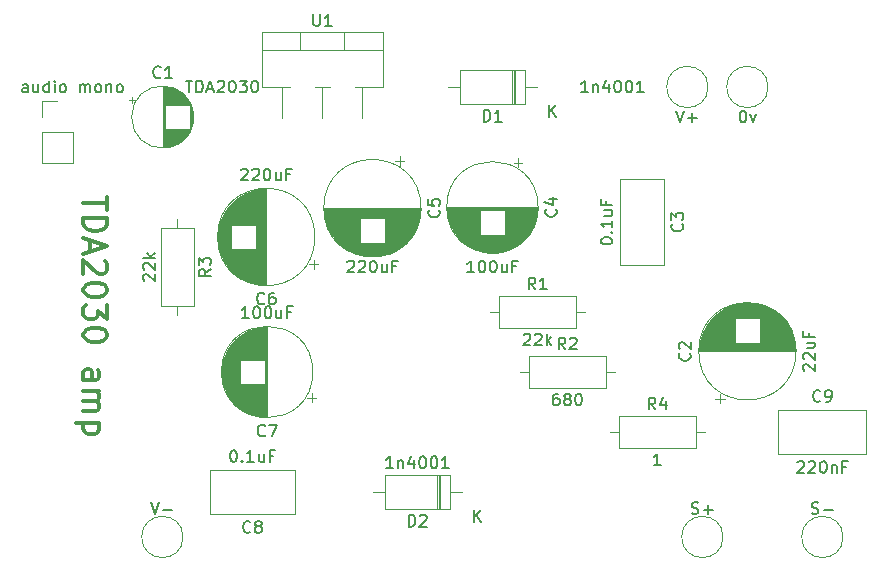
<source format=gbr>
%TF.GenerationSoftware,KiCad,Pcbnew,8.0.3*%
%TF.CreationDate,2025-07-08T18:19:17+07:00*%
%TF.ProjectId,tda2030,74646132-3033-4302-9e6b-696361645f70,rev?*%
%TF.SameCoordinates,Original*%
%TF.FileFunction,Legend,Top*%
%TF.FilePolarity,Positive*%
%FSLAX46Y46*%
G04 Gerber Fmt 4.6, Leading zero omitted, Abs format (unit mm)*
G04 Created by KiCad (PCBNEW 8.0.3) date 2025-07-08 18:19:17*
%MOMM*%
%LPD*%
G01*
G04 APERTURE LIST*
%ADD10C,0.300000*%
%ADD11C,0.150000*%
%ADD12C,0.120000*%
G04 APERTURE END LIST*
D10*
X160420249Y-62617844D02*
X160420249Y-63760701D01*
X158420249Y-63189272D02*
X160420249Y-63189272D01*
X158420249Y-64427368D02*
X160420249Y-64427368D01*
X160420249Y-64427368D02*
X160420249Y-64903558D01*
X160420249Y-64903558D02*
X160325011Y-65189273D01*
X160325011Y-65189273D02*
X160134535Y-65379749D01*
X160134535Y-65379749D02*
X159944059Y-65474987D01*
X159944059Y-65474987D02*
X159563107Y-65570225D01*
X159563107Y-65570225D02*
X159277392Y-65570225D01*
X159277392Y-65570225D02*
X158896440Y-65474987D01*
X158896440Y-65474987D02*
X158705964Y-65379749D01*
X158705964Y-65379749D02*
X158515488Y-65189273D01*
X158515488Y-65189273D02*
X158420249Y-64903558D01*
X158420249Y-64903558D02*
X158420249Y-64427368D01*
X158991678Y-66332130D02*
X158991678Y-67284511D01*
X158420249Y-66141654D02*
X160420249Y-66808320D01*
X160420249Y-66808320D02*
X158420249Y-67474987D01*
X160229773Y-68046416D02*
X160325011Y-68141654D01*
X160325011Y-68141654D02*
X160420249Y-68332130D01*
X160420249Y-68332130D02*
X160420249Y-68808321D01*
X160420249Y-68808321D02*
X160325011Y-68998797D01*
X160325011Y-68998797D02*
X160229773Y-69094035D01*
X160229773Y-69094035D02*
X160039297Y-69189273D01*
X160039297Y-69189273D02*
X159848821Y-69189273D01*
X159848821Y-69189273D02*
X159563107Y-69094035D01*
X159563107Y-69094035D02*
X158420249Y-67951178D01*
X158420249Y-67951178D02*
X158420249Y-69189273D01*
X160420249Y-70427368D02*
X160420249Y-70617845D01*
X160420249Y-70617845D02*
X160325011Y-70808321D01*
X160325011Y-70808321D02*
X160229773Y-70903559D01*
X160229773Y-70903559D02*
X160039297Y-70998797D01*
X160039297Y-70998797D02*
X159658345Y-71094035D01*
X159658345Y-71094035D02*
X159182154Y-71094035D01*
X159182154Y-71094035D02*
X158801202Y-70998797D01*
X158801202Y-70998797D02*
X158610726Y-70903559D01*
X158610726Y-70903559D02*
X158515488Y-70808321D01*
X158515488Y-70808321D02*
X158420249Y-70617845D01*
X158420249Y-70617845D02*
X158420249Y-70427368D01*
X158420249Y-70427368D02*
X158515488Y-70236892D01*
X158515488Y-70236892D02*
X158610726Y-70141654D01*
X158610726Y-70141654D02*
X158801202Y-70046416D01*
X158801202Y-70046416D02*
X159182154Y-69951178D01*
X159182154Y-69951178D02*
X159658345Y-69951178D01*
X159658345Y-69951178D02*
X160039297Y-70046416D01*
X160039297Y-70046416D02*
X160229773Y-70141654D01*
X160229773Y-70141654D02*
X160325011Y-70236892D01*
X160325011Y-70236892D02*
X160420249Y-70427368D01*
X160420249Y-71760702D02*
X160420249Y-72998797D01*
X160420249Y-72998797D02*
X159658345Y-72332130D01*
X159658345Y-72332130D02*
X159658345Y-72617845D01*
X159658345Y-72617845D02*
X159563107Y-72808321D01*
X159563107Y-72808321D02*
X159467868Y-72903559D01*
X159467868Y-72903559D02*
X159277392Y-72998797D01*
X159277392Y-72998797D02*
X158801202Y-72998797D01*
X158801202Y-72998797D02*
X158610726Y-72903559D01*
X158610726Y-72903559D02*
X158515488Y-72808321D01*
X158515488Y-72808321D02*
X158420249Y-72617845D01*
X158420249Y-72617845D02*
X158420249Y-72046416D01*
X158420249Y-72046416D02*
X158515488Y-71855940D01*
X158515488Y-71855940D02*
X158610726Y-71760702D01*
X160420249Y-74236892D02*
X160420249Y-74427369D01*
X160420249Y-74427369D02*
X160325011Y-74617845D01*
X160325011Y-74617845D02*
X160229773Y-74713083D01*
X160229773Y-74713083D02*
X160039297Y-74808321D01*
X160039297Y-74808321D02*
X159658345Y-74903559D01*
X159658345Y-74903559D02*
X159182154Y-74903559D01*
X159182154Y-74903559D02*
X158801202Y-74808321D01*
X158801202Y-74808321D02*
X158610726Y-74713083D01*
X158610726Y-74713083D02*
X158515488Y-74617845D01*
X158515488Y-74617845D02*
X158420249Y-74427369D01*
X158420249Y-74427369D02*
X158420249Y-74236892D01*
X158420249Y-74236892D02*
X158515488Y-74046416D01*
X158515488Y-74046416D02*
X158610726Y-73951178D01*
X158610726Y-73951178D02*
X158801202Y-73855940D01*
X158801202Y-73855940D02*
X159182154Y-73760702D01*
X159182154Y-73760702D02*
X159658345Y-73760702D01*
X159658345Y-73760702D02*
X160039297Y-73855940D01*
X160039297Y-73855940D02*
X160229773Y-73951178D01*
X160229773Y-73951178D02*
X160325011Y-74046416D01*
X160325011Y-74046416D02*
X160420249Y-74236892D01*
X158420249Y-78141655D02*
X159467868Y-78141655D01*
X159467868Y-78141655D02*
X159658345Y-78046417D01*
X159658345Y-78046417D02*
X159753583Y-77855941D01*
X159753583Y-77855941D02*
X159753583Y-77474988D01*
X159753583Y-77474988D02*
X159658345Y-77284512D01*
X158515488Y-78141655D02*
X158420249Y-77951179D01*
X158420249Y-77951179D02*
X158420249Y-77474988D01*
X158420249Y-77474988D02*
X158515488Y-77284512D01*
X158515488Y-77284512D02*
X158705964Y-77189274D01*
X158705964Y-77189274D02*
X158896440Y-77189274D01*
X158896440Y-77189274D02*
X159086916Y-77284512D01*
X159086916Y-77284512D02*
X159182154Y-77474988D01*
X159182154Y-77474988D02*
X159182154Y-77951179D01*
X159182154Y-77951179D02*
X159277392Y-78141655D01*
X158420249Y-79094036D02*
X159753583Y-79094036D01*
X159563107Y-79094036D02*
X159658345Y-79189274D01*
X159658345Y-79189274D02*
X159753583Y-79379750D01*
X159753583Y-79379750D02*
X159753583Y-79665465D01*
X159753583Y-79665465D02*
X159658345Y-79855941D01*
X159658345Y-79855941D02*
X159467868Y-79951179D01*
X159467868Y-79951179D02*
X158420249Y-79951179D01*
X159467868Y-79951179D02*
X159658345Y-80046417D01*
X159658345Y-80046417D02*
X159753583Y-80236893D01*
X159753583Y-80236893D02*
X159753583Y-80522607D01*
X159753583Y-80522607D02*
X159658345Y-80713084D01*
X159658345Y-80713084D02*
X159467868Y-80808322D01*
X159467868Y-80808322D02*
X158420249Y-80808322D01*
X159753583Y-81760703D02*
X157753583Y-81760703D01*
X159658345Y-81760703D02*
X159753583Y-81951179D01*
X159753583Y-81951179D02*
X159753583Y-82332132D01*
X159753583Y-82332132D02*
X159658345Y-82522608D01*
X159658345Y-82522608D02*
X159563107Y-82617846D01*
X159563107Y-82617846D02*
X159372630Y-82713084D01*
X159372630Y-82713084D02*
X158801202Y-82713084D01*
X158801202Y-82713084D02*
X158610726Y-82617846D01*
X158610726Y-82617846D02*
X158515488Y-82522608D01*
X158515488Y-82522608D02*
X158420249Y-82332132D01*
X158420249Y-82332132D02*
X158420249Y-81951179D01*
X158420249Y-81951179D02*
X158515488Y-81760703D01*
D11*
X173803333Y-82829580D02*
X173755714Y-82877200D01*
X173755714Y-82877200D02*
X173612857Y-82924819D01*
X173612857Y-82924819D02*
X173517619Y-82924819D01*
X173517619Y-82924819D02*
X173374762Y-82877200D01*
X173374762Y-82877200D02*
X173279524Y-82781961D01*
X173279524Y-82781961D02*
X173231905Y-82686723D01*
X173231905Y-82686723D02*
X173184286Y-82496247D01*
X173184286Y-82496247D02*
X173184286Y-82353390D01*
X173184286Y-82353390D02*
X173231905Y-82162914D01*
X173231905Y-82162914D02*
X173279524Y-82067676D01*
X173279524Y-82067676D02*
X173374762Y-81972438D01*
X173374762Y-81972438D02*
X173517619Y-81924819D01*
X173517619Y-81924819D02*
X173612857Y-81924819D01*
X173612857Y-81924819D02*
X173755714Y-81972438D01*
X173755714Y-81972438D02*
X173803333Y-82020057D01*
X174136667Y-81924819D02*
X174803333Y-81924819D01*
X174803333Y-81924819D02*
X174374762Y-82924819D01*
X172422380Y-72924819D02*
X171850952Y-72924819D01*
X172136666Y-72924819D02*
X172136666Y-71924819D01*
X172136666Y-71924819D02*
X172041428Y-72067676D01*
X172041428Y-72067676D02*
X171946190Y-72162914D01*
X171946190Y-72162914D02*
X171850952Y-72210533D01*
X173041428Y-71924819D02*
X173136666Y-71924819D01*
X173136666Y-71924819D02*
X173231904Y-71972438D01*
X173231904Y-71972438D02*
X173279523Y-72020057D01*
X173279523Y-72020057D02*
X173327142Y-72115295D01*
X173327142Y-72115295D02*
X173374761Y-72305771D01*
X173374761Y-72305771D02*
X173374761Y-72543866D01*
X173374761Y-72543866D02*
X173327142Y-72734342D01*
X173327142Y-72734342D02*
X173279523Y-72829580D01*
X173279523Y-72829580D02*
X173231904Y-72877200D01*
X173231904Y-72877200D02*
X173136666Y-72924819D01*
X173136666Y-72924819D02*
X173041428Y-72924819D01*
X173041428Y-72924819D02*
X172946190Y-72877200D01*
X172946190Y-72877200D02*
X172898571Y-72829580D01*
X172898571Y-72829580D02*
X172850952Y-72734342D01*
X172850952Y-72734342D02*
X172803333Y-72543866D01*
X172803333Y-72543866D02*
X172803333Y-72305771D01*
X172803333Y-72305771D02*
X172850952Y-72115295D01*
X172850952Y-72115295D02*
X172898571Y-72020057D01*
X172898571Y-72020057D02*
X172946190Y-71972438D01*
X172946190Y-71972438D02*
X173041428Y-71924819D01*
X173993809Y-71924819D02*
X174089047Y-71924819D01*
X174089047Y-71924819D02*
X174184285Y-71972438D01*
X174184285Y-71972438D02*
X174231904Y-72020057D01*
X174231904Y-72020057D02*
X174279523Y-72115295D01*
X174279523Y-72115295D02*
X174327142Y-72305771D01*
X174327142Y-72305771D02*
X174327142Y-72543866D01*
X174327142Y-72543866D02*
X174279523Y-72734342D01*
X174279523Y-72734342D02*
X174231904Y-72829580D01*
X174231904Y-72829580D02*
X174184285Y-72877200D01*
X174184285Y-72877200D02*
X174089047Y-72924819D01*
X174089047Y-72924819D02*
X173993809Y-72924819D01*
X173993809Y-72924819D02*
X173898571Y-72877200D01*
X173898571Y-72877200D02*
X173850952Y-72829580D01*
X173850952Y-72829580D02*
X173803333Y-72734342D01*
X173803333Y-72734342D02*
X173755714Y-72543866D01*
X173755714Y-72543866D02*
X173755714Y-72305771D01*
X173755714Y-72305771D02*
X173803333Y-72115295D01*
X173803333Y-72115295D02*
X173850952Y-72020057D01*
X173850952Y-72020057D02*
X173898571Y-71972438D01*
X173898571Y-71972438D02*
X173993809Y-71924819D01*
X175184285Y-72258152D02*
X175184285Y-72924819D01*
X174755714Y-72258152D02*
X174755714Y-72781961D01*
X174755714Y-72781961D02*
X174803333Y-72877200D01*
X174803333Y-72877200D02*
X174898571Y-72924819D01*
X174898571Y-72924819D02*
X175041428Y-72924819D01*
X175041428Y-72924819D02*
X175136666Y-72877200D01*
X175136666Y-72877200D02*
X175184285Y-72829580D01*
X175993809Y-72401009D02*
X175660476Y-72401009D01*
X175660476Y-72924819D02*
X175660476Y-71924819D01*
X175660476Y-71924819D02*
X176136666Y-71924819D01*
X198399580Y-63686666D02*
X198447200Y-63734285D01*
X198447200Y-63734285D02*
X198494819Y-63877142D01*
X198494819Y-63877142D02*
X198494819Y-63972380D01*
X198494819Y-63972380D02*
X198447200Y-64115237D01*
X198447200Y-64115237D02*
X198351961Y-64210475D01*
X198351961Y-64210475D02*
X198256723Y-64258094D01*
X198256723Y-64258094D02*
X198066247Y-64305713D01*
X198066247Y-64305713D02*
X197923390Y-64305713D01*
X197923390Y-64305713D02*
X197732914Y-64258094D01*
X197732914Y-64258094D02*
X197637676Y-64210475D01*
X197637676Y-64210475D02*
X197542438Y-64115237D01*
X197542438Y-64115237D02*
X197494819Y-63972380D01*
X197494819Y-63972380D02*
X197494819Y-63877142D01*
X197494819Y-63877142D02*
X197542438Y-63734285D01*
X197542438Y-63734285D02*
X197590057Y-63686666D01*
X197828152Y-62829523D02*
X198494819Y-62829523D01*
X197447200Y-63067618D02*
X198161485Y-63305713D01*
X198161485Y-63305713D02*
X198161485Y-62686666D01*
X191492380Y-69034819D02*
X190920952Y-69034819D01*
X191206666Y-69034819D02*
X191206666Y-68034819D01*
X191206666Y-68034819D02*
X191111428Y-68177676D01*
X191111428Y-68177676D02*
X191016190Y-68272914D01*
X191016190Y-68272914D02*
X190920952Y-68320533D01*
X192111428Y-68034819D02*
X192206666Y-68034819D01*
X192206666Y-68034819D02*
X192301904Y-68082438D01*
X192301904Y-68082438D02*
X192349523Y-68130057D01*
X192349523Y-68130057D02*
X192397142Y-68225295D01*
X192397142Y-68225295D02*
X192444761Y-68415771D01*
X192444761Y-68415771D02*
X192444761Y-68653866D01*
X192444761Y-68653866D02*
X192397142Y-68844342D01*
X192397142Y-68844342D02*
X192349523Y-68939580D01*
X192349523Y-68939580D02*
X192301904Y-68987200D01*
X192301904Y-68987200D02*
X192206666Y-69034819D01*
X192206666Y-69034819D02*
X192111428Y-69034819D01*
X192111428Y-69034819D02*
X192016190Y-68987200D01*
X192016190Y-68987200D02*
X191968571Y-68939580D01*
X191968571Y-68939580D02*
X191920952Y-68844342D01*
X191920952Y-68844342D02*
X191873333Y-68653866D01*
X191873333Y-68653866D02*
X191873333Y-68415771D01*
X191873333Y-68415771D02*
X191920952Y-68225295D01*
X191920952Y-68225295D02*
X191968571Y-68130057D01*
X191968571Y-68130057D02*
X192016190Y-68082438D01*
X192016190Y-68082438D02*
X192111428Y-68034819D01*
X193063809Y-68034819D02*
X193159047Y-68034819D01*
X193159047Y-68034819D02*
X193254285Y-68082438D01*
X193254285Y-68082438D02*
X193301904Y-68130057D01*
X193301904Y-68130057D02*
X193349523Y-68225295D01*
X193349523Y-68225295D02*
X193397142Y-68415771D01*
X193397142Y-68415771D02*
X193397142Y-68653866D01*
X193397142Y-68653866D02*
X193349523Y-68844342D01*
X193349523Y-68844342D02*
X193301904Y-68939580D01*
X193301904Y-68939580D02*
X193254285Y-68987200D01*
X193254285Y-68987200D02*
X193159047Y-69034819D01*
X193159047Y-69034819D02*
X193063809Y-69034819D01*
X193063809Y-69034819D02*
X192968571Y-68987200D01*
X192968571Y-68987200D02*
X192920952Y-68939580D01*
X192920952Y-68939580D02*
X192873333Y-68844342D01*
X192873333Y-68844342D02*
X192825714Y-68653866D01*
X192825714Y-68653866D02*
X192825714Y-68415771D01*
X192825714Y-68415771D02*
X192873333Y-68225295D01*
X192873333Y-68225295D02*
X192920952Y-68130057D01*
X192920952Y-68130057D02*
X192968571Y-68082438D01*
X192968571Y-68082438D02*
X193063809Y-68034819D01*
X194254285Y-68368152D02*
X194254285Y-69034819D01*
X193825714Y-68368152D02*
X193825714Y-68891961D01*
X193825714Y-68891961D02*
X193873333Y-68987200D01*
X193873333Y-68987200D02*
X193968571Y-69034819D01*
X193968571Y-69034819D02*
X194111428Y-69034819D01*
X194111428Y-69034819D02*
X194206666Y-68987200D01*
X194206666Y-68987200D02*
X194254285Y-68939580D01*
X195063809Y-68511009D02*
X194730476Y-68511009D01*
X194730476Y-69034819D02*
X194730476Y-68034819D01*
X194730476Y-68034819D02*
X195206666Y-68034819D01*
X188489580Y-63764015D02*
X188537200Y-63811634D01*
X188537200Y-63811634D02*
X188584819Y-63954491D01*
X188584819Y-63954491D02*
X188584819Y-64049729D01*
X188584819Y-64049729D02*
X188537200Y-64192586D01*
X188537200Y-64192586D02*
X188441961Y-64287824D01*
X188441961Y-64287824D02*
X188346723Y-64335443D01*
X188346723Y-64335443D02*
X188156247Y-64383062D01*
X188156247Y-64383062D02*
X188013390Y-64383062D01*
X188013390Y-64383062D02*
X187822914Y-64335443D01*
X187822914Y-64335443D02*
X187727676Y-64287824D01*
X187727676Y-64287824D02*
X187632438Y-64192586D01*
X187632438Y-64192586D02*
X187584819Y-64049729D01*
X187584819Y-64049729D02*
X187584819Y-63954491D01*
X187584819Y-63954491D02*
X187632438Y-63811634D01*
X187632438Y-63811634D02*
X187680057Y-63764015D01*
X187584819Y-62859253D02*
X187584819Y-63335443D01*
X187584819Y-63335443D02*
X188061009Y-63383062D01*
X188061009Y-63383062D02*
X188013390Y-63335443D01*
X188013390Y-63335443D02*
X187965771Y-63240205D01*
X187965771Y-63240205D02*
X187965771Y-63002110D01*
X187965771Y-63002110D02*
X188013390Y-62906872D01*
X188013390Y-62906872D02*
X188061009Y-62859253D01*
X188061009Y-62859253D02*
X188156247Y-62811634D01*
X188156247Y-62811634D02*
X188394342Y-62811634D01*
X188394342Y-62811634D02*
X188489580Y-62859253D01*
X188489580Y-62859253D02*
X188537200Y-62906872D01*
X188537200Y-62906872D02*
X188584819Y-63002110D01*
X188584819Y-63002110D02*
X188584819Y-63240205D01*
X188584819Y-63240205D02*
X188537200Y-63335443D01*
X188537200Y-63335443D02*
X188489580Y-63383062D01*
X180760952Y-68130057D02*
X180808571Y-68082438D01*
X180808571Y-68082438D02*
X180903809Y-68034819D01*
X180903809Y-68034819D02*
X181141904Y-68034819D01*
X181141904Y-68034819D02*
X181237142Y-68082438D01*
X181237142Y-68082438D02*
X181284761Y-68130057D01*
X181284761Y-68130057D02*
X181332380Y-68225295D01*
X181332380Y-68225295D02*
X181332380Y-68320533D01*
X181332380Y-68320533D02*
X181284761Y-68463390D01*
X181284761Y-68463390D02*
X180713333Y-69034819D01*
X180713333Y-69034819D02*
X181332380Y-69034819D01*
X181713333Y-68130057D02*
X181760952Y-68082438D01*
X181760952Y-68082438D02*
X181856190Y-68034819D01*
X181856190Y-68034819D02*
X182094285Y-68034819D01*
X182094285Y-68034819D02*
X182189523Y-68082438D01*
X182189523Y-68082438D02*
X182237142Y-68130057D01*
X182237142Y-68130057D02*
X182284761Y-68225295D01*
X182284761Y-68225295D02*
X182284761Y-68320533D01*
X182284761Y-68320533D02*
X182237142Y-68463390D01*
X182237142Y-68463390D02*
X181665714Y-69034819D01*
X181665714Y-69034819D02*
X182284761Y-69034819D01*
X182903809Y-68034819D02*
X182999047Y-68034819D01*
X182999047Y-68034819D02*
X183094285Y-68082438D01*
X183094285Y-68082438D02*
X183141904Y-68130057D01*
X183141904Y-68130057D02*
X183189523Y-68225295D01*
X183189523Y-68225295D02*
X183237142Y-68415771D01*
X183237142Y-68415771D02*
X183237142Y-68653866D01*
X183237142Y-68653866D02*
X183189523Y-68844342D01*
X183189523Y-68844342D02*
X183141904Y-68939580D01*
X183141904Y-68939580D02*
X183094285Y-68987200D01*
X183094285Y-68987200D02*
X182999047Y-69034819D01*
X182999047Y-69034819D02*
X182903809Y-69034819D01*
X182903809Y-69034819D02*
X182808571Y-68987200D01*
X182808571Y-68987200D02*
X182760952Y-68939580D01*
X182760952Y-68939580D02*
X182713333Y-68844342D01*
X182713333Y-68844342D02*
X182665714Y-68653866D01*
X182665714Y-68653866D02*
X182665714Y-68415771D01*
X182665714Y-68415771D02*
X182713333Y-68225295D01*
X182713333Y-68225295D02*
X182760952Y-68130057D01*
X182760952Y-68130057D02*
X182808571Y-68082438D01*
X182808571Y-68082438D02*
X182903809Y-68034819D01*
X184094285Y-68368152D02*
X184094285Y-69034819D01*
X183665714Y-68368152D02*
X183665714Y-68891961D01*
X183665714Y-68891961D02*
X183713333Y-68987200D01*
X183713333Y-68987200D02*
X183808571Y-69034819D01*
X183808571Y-69034819D02*
X183951428Y-69034819D01*
X183951428Y-69034819D02*
X184046666Y-68987200D01*
X184046666Y-68987200D02*
X184094285Y-68939580D01*
X184903809Y-68511009D02*
X184570476Y-68511009D01*
X184570476Y-69034819D02*
X184570476Y-68034819D01*
X184570476Y-68034819D02*
X185046666Y-68034819D01*
X199223333Y-75554819D02*
X198890000Y-75078628D01*
X198651905Y-75554819D02*
X198651905Y-74554819D01*
X198651905Y-74554819D02*
X199032857Y-74554819D01*
X199032857Y-74554819D02*
X199128095Y-74602438D01*
X199128095Y-74602438D02*
X199175714Y-74650057D01*
X199175714Y-74650057D02*
X199223333Y-74745295D01*
X199223333Y-74745295D02*
X199223333Y-74888152D01*
X199223333Y-74888152D02*
X199175714Y-74983390D01*
X199175714Y-74983390D02*
X199128095Y-75031009D01*
X199128095Y-75031009D02*
X199032857Y-75078628D01*
X199032857Y-75078628D02*
X198651905Y-75078628D01*
X199604286Y-74650057D02*
X199651905Y-74602438D01*
X199651905Y-74602438D02*
X199747143Y-74554819D01*
X199747143Y-74554819D02*
X199985238Y-74554819D01*
X199985238Y-74554819D02*
X200080476Y-74602438D01*
X200080476Y-74602438D02*
X200128095Y-74650057D01*
X200128095Y-74650057D02*
X200175714Y-74745295D01*
X200175714Y-74745295D02*
X200175714Y-74840533D01*
X200175714Y-74840533D02*
X200128095Y-74983390D01*
X200128095Y-74983390D02*
X199556667Y-75554819D01*
X199556667Y-75554819D02*
X200175714Y-75554819D01*
X198628095Y-79294819D02*
X198437619Y-79294819D01*
X198437619Y-79294819D02*
X198342381Y-79342438D01*
X198342381Y-79342438D02*
X198294762Y-79390057D01*
X198294762Y-79390057D02*
X198199524Y-79532914D01*
X198199524Y-79532914D02*
X198151905Y-79723390D01*
X198151905Y-79723390D02*
X198151905Y-80104342D01*
X198151905Y-80104342D02*
X198199524Y-80199580D01*
X198199524Y-80199580D02*
X198247143Y-80247200D01*
X198247143Y-80247200D02*
X198342381Y-80294819D01*
X198342381Y-80294819D02*
X198532857Y-80294819D01*
X198532857Y-80294819D02*
X198628095Y-80247200D01*
X198628095Y-80247200D02*
X198675714Y-80199580D01*
X198675714Y-80199580D02*
X198723333Y-80104342D01*
X198723333Y-80104342D02*
X198723333Y-79866247D01*
X198723333Y-79866247D02*
X198675714Y-79771009D01*
X198675714Y-79771009D02*
X198628095Y-79723390D01*
X198628095Y-79723390D02*
X198532857Y-79675771D01*
X198532857Y-79675771D02*
X198342381Y-79675771D01*
X198342381Y-79675771D02*
X198247143Y-79723390D01*
X198247143Y-79723390D02*
X198199524Y-79771009D01*
X198199524Y-79771009D02*
X198151905Y-79866247D01*
X199294762Y-79723390D02*
X199199524Y-79675771D01*
X199199524Y-79675771D02*
X199151905Y-79628152D01*
X199151905Y-79628152D02*
X199104286Y-79532914D01*
X199104286Y-79532914D02*
X199104286Y-79485295D01*
X199104286Y-79485295D02*
X199151905Y-79390057D01*
X199151905Y-79390057D02*
X199199524Y-79342438D01*
X199199524Y-79342438D02*
X199294762Y-79294819D01*
X199294762Y-79294819D02*
X199485238Y-79294819D01*
X199485238Y-79294819D02*
X199580476Y-79342438D01*
X199580476Y-79342438D02*
X199628095Y-79390057D01*
X199628095Y-79390057D02*
X199675714Y-79485295D01*
X199675714Y-79485295D02*
X199675714Y-79532914D01*
X199675714Y-79532914D02*
X199628095Y-79628152D01*
X199628095Y-79628152D02*
X199580476Y-79675771D01*
X199580476Y-79675771D02*
X199485238Y-79723390D01*
X199485238Y-79723390D02*
X199294762Y-79723390D01*
X199294762Y-79723390D02*
X199199524Y-79771009D01*
X199199524Y-79771009D02*
X199151905Y-79818628D01*
X199151905Y-79818628D02*
X199104286Y-79913866D01*
X199104286Y-79913866D02*
X199104286Y-80104342D01*
X199104286Y-80104342D02*
X199151905Y-80199580D01*
X199151905Y-80199580D02*
X199199524Y-80247200D01*
X199199524Y-80247200D02*
X199294762Y-80294819D01*
X199294762Y-80294819D02*
X199485238Y-80294819D01*
X199485238Y-80294819D02*
X199580476Y-80247200D01*
X199580476Y-80247200D02*
X199628095Y-80199580D01*
X199628095Y-80199580D02*
X199675714Y-80104342D01*
X199675714Y-80104342D02*
X199675714Y-79913866D01*
X199675714Y-79913866D02*
X199628095Y-79818628D01*
X199628095Y-79818628D02*
X199580476Y-79771009D01*
X199580476Y-79771009D02*
X199485238Y-79723390D01*
X200294762Y-79294819D02*
X200390000Y-79294819D01*
X200390000Y-79294819D02*
X200485238Y-79342438D01*
X200485238Y-79342438D02*
X200532857Y-79390057D01*
X200532857Y-79390057D02*
X200580476Y-79485295D01*
X200580476Y-79485295D02*
X200628095Y-79675771D01*
X200628095Y-79675771D02*
X200628095Y-79913866D01*
X200628095Y-79913866D02*
X200580476Y-80104342D01*
X200580476Y-80104342D02*
X200532857Y-80199580D01*
X200532857Y-80199580D02*
X200485238Y-80247200D01*
X200485238Y-80247200D02*
X200390000Y-80294819D01*
X200390000Y-80294819D02*
X200294762Y-80294819D01*
X200294762Y-80294819D02*
X200199524Y-80247200D01*
X200199524Y-80247200D02*
X200151905Y-80199580D01*
X200151905Y-80199580D02*
X200104286Y-80104342D01*
X200104286Y-80104342D02*
X200056667Y-79913866D01*
X200056667Y-79913866D02*
X200056667Y-79675771D01*
X200056667Y-79675771D02*
X200104286Y-79485295D01*
X200104286Y-79485295D02*
X200151905Y-79390057D01*
X200151905Y-79390057D02*
X200199524Y-79342438D01*
X200199524Y-79342438D02*
X200294762Y-79294819D01*
X164953333Y-52489580D02*
X164905714Y-52537200D01*
X164905714Y-52537200D02*
X164762857Y-52584819D01*
X164762857Y-52584819D02*
X164667619Y-52584819D01*
X164667619Y-52584819D02*
X164524762Y-52537200D01*
X164524762Y-52537200D02*
X164429524Y-52441961D01*
X164429524Y-52441961D02*
X164381905Y-52346723D01*
X164381905Y-52346723D02*
X164334286Y-52156247D01*
X164334286Y-52156247D02*
X164334286Y-52013390D01*
X164334286Y-52013390D02*
X164381905Y-51822914D01*
X164381905Y-51822914D02*
X164429524Y-51727676D01*
X164429524Y-51727676D02*
X164524762Y-51632438D01*
X164524762Y-51632438D02*
X164667619Y-51584819D01*
X164667619Y-51584819D02*
X164762857Y-51584819D01*
X164762857Y-51584819D02*
X164905714Y-51632438D01*
X164905714Y-51632438D02*
X164953333Y-51680057D01*
X165905714Y-52584819D02*
X165334286Y-52584819D01*
X165620000Y-52584819D02*
X165620000Y-51584819D01*
X165620000Y-51584819D02*
X165524762Y-51727676D01*
X165524762Y-51727676D02*
X165429524Y-51822914D01*
X165429524Y-51822914D02*
X165334286Y-51870533D01*
X153694285Y-53794819D02*
X153694285Y-53271009D01*
X153694285Y-53271009D02*
X153646666Y-53175771D01*
X153646666Y-53175771D02*
X153551428Y-53128152D01*
X153551428Y-53128152D02*
X153360952Y-53128152D01*
X153360952Y-53128152D02*
X153265714Y-53175771D01*
X153694285Y-53747200D02*
X153599047Y-53794819D01*
X153599047Y-53794819D02*
X153360952Y-53794819D01*
X153360952Y-53794819D02*
X153265714Y-53747200D01*
X153265714Y-53747200D02*
X153218095Y-53651961D01*
X153218095Y-53651961D02*
X153218095Y-53556723D01*
X153218095Y-53556723D02*
X153265714Y-53461485D01*
X153265714Y-53461485D02*
X153360952Y-53413866D01*
X153360952Y-53413866D02*
X153599047Y-53413866D01*
X153599047Y-53413866D02*
X153694285Y-53366247D01*
X154599047Y-53128152D02*
X154599047Y-53794819D01*
X154170476Y-53128152D02*
X154170476Y-53651961D01*
X154170476Y-53651961D02*
X154218095Y-53747200D01*
X154218095Y-53747200D02*
X154313333Y-53794819D01*
X154313333Y-53794819D02*
X154456190Y-53794819D01*
X154456190Y-53794819D02*
X154551428Y-53747200D01*
X154551428Y-53747200D02*
X154599047Y-53699580D01*
X155503809Y-53794819D02*
X155503809Y-52794819D01*
X155503809Y-53747200D02*
X155408571Y-53794819D01*
X155408571Y-53794819D02*
X155218095Y-53794819D01*
X155218095Y-53794819D02*
X155122857Y-53747200D01*
X155122857Y-53747200D02*
X155075238Y-53699580D01*
X155075238Y-53699580D02*
X155027619Y-53604342D01*
X155027619Y-53604342D02*
X155027619Y-53318628D01*
X155027619Y-53318628D02*
X155075238Y-53223390D01*
X155075238Y-53223390D02*
X155122857Y-53175771D01*
X155122857Y-53175771D02*
X155218095Y-53128152D01*
X155218095Y-53128152D02*
X155408571Y-53128152D01*
X155408571Y-53128152D02*
X155503809Y-53175771D01*
X155980000Y-53794819D02*
X155980000Y-53128152D01*
X155980000Y-52794819D02*
X155932381Y-52842438D01*
X155932381Y-52842438D02*
X155980000Y-52890057D01*
X155980000Y-52890057D02*
X156027619Y-52842438D01*
X156027619Y-52842438D02*
X155980000Y-52794819D01*
X155980000Y-52794819D02*
X155980000Y-52890057D01*
X156599047Y-53794819D02*
X156503809Y-53747200D01*
X156503809Y-53747200D02*
X156456190Y-53699580D01*
X156456190Y-53699580D02*
X156408571Y-53604342D01*
X156408571Y-53604342D02*
X156408571Y-53318628D01*
X156408571Y-53318628D02*
X156456190Y-53223390D01*
X156456190Y-53223390D02*
X156503809Y-53175771D01*
X156503809Y-53175771D02*
X156599047Y-53128152D01*
X156599047Y-53128152D02*
X156741904Y-53128152D01*
X156741904Y-53128152D02*
X156837142Y-53175771D01*
X156837142Y-53175771D02*
X156884761Y-53223390D01*
X156884761Y-53223390D02*
X156932380Y-53318628D01*
X156932380Y-53318628D02*
X156932380Y-53604342D01*
X156932380Y-53604342D02*
X156884761Y-53699580D01*
X156884761Y-53699580D02*
X156837142Y-53747200D01*
X156837142Y-53747200D02*
X156741904Y-53794819D01*
X156741904Y-53794819D02*
X156599047Y-53794819D01*
X158122857Y-53794819D02*
X158122857Y-53128152D01*
X158122857Y-53223390D02*
X158170476Y-53175771D01*
X158170476Y-53175771D02*
X158265714Y-53128152D01*
X158265714Y-53128152D02*
X158408571Y-53128152D01*
X158408571Y-53128152D02*
X158503809Y-53175771D01*
X158503809Y-53175771D02*
X158551428Y-53271009D01*
X158551428Y-53271009D02*
X158551428Y-53794819D01*
X158551428Y-53271009D02*
X158599047Y-53175771D01*
X158599047Y-53175771D02*
X158694285Y-53128152D01*
X158694285Y-53128152D02*
X158837142Y-53128152D01*
X158837142Y-53128152D02*
X158932381Y-53175771D01*
X158932381Y-53175771D02*
X158980000Y-53271009D01*
X158980000Y-53271009D02*
X158980000Y-53794819D01*
X159599047Y-53794819D02*
X159503809Y-53747200D01*
X159503809Y-53747200D02*
X159456190Y-53699580D01*
X159456190Y-53699580D02*
X159408571Y-53604342D01*
X159408571Y-53604342D02*
X159408571Y-53318628D01*
X159408571Y-53318628D02*
X159456190Y-53223390D01*
X159456190Y-53223390D02*
X159503809Y-53175771D01*
X159503809Y-53175771D02*
X159599047Y-53128152D01*
X159599047Y-53128152D02*
X159741904Y-53128152D01*
X159741904Y-53128152D02*
X159837142Y-53175771D01*
X159837142Y-53175771D02*
X159884761Y-53223390D01*
X159884761Y-53223390D02*
X159932380Y-53318628D01*
X159932380Y-53318628D02*
X159932380Y-53604342D01*
X159932380Y-53604342D02*
X159884761Y-53699580D01*
X159884761Y-53699580D02*
X159837142Y-53747200D01*
X159837142Y-53747200D02*
X159741904Y-53794819D01*
X159741904Y-53794819D02*
X159599047Y-53794819D01*
X160360952Y-53128152D02*
X160360952Y-53794819D01*
X160360952Y-53223390D02*
X160408571Y-53175771D01*
X160408571Y-53175771D02*
X160503809Y-53128152D01*
X160503809Y-53128152D02*
X160646666Y-53128152D01*
X160646666Y-53128152D02*
X160741904Y-53175771D01*
X160741904Y-53175771D02*
X160789523Y-53271009D01*
X160789523Y-53271009D02*
X160789523Y-53794819D01*
X161408571Y-53794819D02*
X161313333Y-53747200D01*
X161313333Y-53747200D02*
X161265714Y-53699580D01*
X161265714Y-53699580D02*
X161218095Y-53604342D01*
X161218095Y-53604342D02*
X161218095Y-53318628D01*
X161218095Y-53318628D02*
X161265714Y-53223390D01*
X161265714Y-53223390D02*
X161313333Y-53175771D01*
X161313333Y-53175771D02*
X161408571Y-53128152D01*
X161408571Y-53128152D02*
X161551428Y-53128152D01*
X161551428Y-53128152D02*
X161646666Y-53175771D01*
X161646666Y-53175771D02*
X161694285Y-53223390D01*
X161694285Y-53223390D02*
X161741904Y-53318628D01*
X161741904Y-53318628D02*
X161741904Y-53604342D01*
X161741904Y-53604342D02*
X161694285Y-53699580D01*
X161694285Y-53699580D02*
X161646666Y-53747200D01*
X161646666Y-53747200D02*
X161551428Y-53794819D01*
X161551428Y-53794819D02*
X161408571Y-53794819D01*
X208597619Y-55334819D02*
X208930952Y-56334819D01*
X208930952Y-56334819D02*
X209264285Y-55334819D01*
X209597619Y-55953866D02*
X210359524Y-55953866D01*
X209978571Y-56334819D02*
X209978571Y-55572914D01*
X206843333Y-80634819D02*
X206510000Y-80158628D01*
X206271905Y-80634819D02*
X206271905Y-79634819D01*
X206271905Y-79634819D02*
X206652857Y-79634819D01*
X206652857Y-79634819D02*
X206748095Y-79682438D01*
X206748095Y-79682438D02*
X206795714Y-79730057D01*
X206795714Y-79730057D02*
X206843333Y-79825295D01*
X206843333Y-79825295D02*
X206843333Y-79968152D01*
X206843333Y-79968152D02*
X206795714Y-80063390D01*
X206795714Y-80063390D02*
X206748095Y-80111009D01*
X206748095Y-80111009D02*
X206652857Y-80158628D01*
X206652857Y-80158628D02*
X206271905Y-80158628D01*
X207700476Y-79968152D02*
X207700476Y-80634819D01*
X207462381Y-79587200D02*
X207224286Y-80301485D01*
X207224286Y-80301485D02*
X207843333Y-80301485D01*
X207295714Y-85374819D02*
X206724286Y-85374819D01*
X207010000Y-85374819D02*
X207010000Y-84374819D01*
X207010000Y-84374819D02*
X206914762Y-84517676D01*
X206914762Y-84517676D02*
X206819524Y-84612914D01*
X206819524Y-84612914D02*
X206724286Y-84660533D01*
X173725984Y-71649580D02*
X173678365Y-71697200D01*
X173678365Y-71697200D02*
X173535508Y-71744819D01*
X173535508Y-71744819D02*
X173440270Y-71744819D01*
X173440270Y-71744819D02*
X173297413Y-71697200D01*
X173297413Y-71697200D02*
X173202175Y-71601961D01*
X173202175Y-71601961D02*
X173154556Y-71506723D01*
X173154556Y-71506723D02*
X173106937Y-71316247D01*
X173106937Y-71316247D02*
X173106937Y-71173390D01*
X173106937Y-71173390D02*
X173154556Y-70982914D01*
X173154556Y-70982914D02*
X173202175Y-70887676D01*
X173202175Y-70887676D02*
X173297413Y-70792438D01*
X173297413Y-70792438D02*
X173440270Y-70744819D01*
X173440270Y-70744819D02*
X173535508Y-70744819D01*
X173535508Y-70744819D02*
X173678365Y-70792438D01*
X173678365Y-70792438D02*
X173725984Y-70840057D01*
X174583127Y-70744819D02*
X174392651Y-70744819D01*
X174392651Y-70744819D02*
X174297413Y-70792438D01*
X174297413Y-70792438D02*
X174249794Y-70840057D01*
X174249794Y-70840057D02*
X174154556Y-70982914D01*
X174154556Y-70982914D02*
X174106937Y-71173390D01*
X174106937Y-71173390D02*
X174106937Y-71554342D01*
X174106937Y-71554342D02*
X174154556Y-71649580D01*
X174154556Y-71649580D02*
X174202175Y-71697200D01*
X174202175Y-71697200D02*
X174297413Y-71744819D01*
X174297413Y-71744819D02*
X174487889Y-71744819D01*
X174487889Y-71744819D02*
X174583127Y-71697200D01*
X174583127Y-71697200D02*
X174630746Y-71649580D01*
X174630746Y-71649580D02*
X174678365Y-71554342D01*
X174678365Y-71554342D02*
X174678365Y-71316247D01*
X174678365Y-71316247D02*
X174630746Y-71221009D01*
X174630746Y-71221009D02*
X174583127Y-71173390D01*
X174583127Y-71173390D02*
X174487889Y-71125771D01*
X174487889Y-71125771D02*
X174297413Y-71125771D01*
X174297413Y-71125771D02*
X174202175Y-71173390D01*
X174202175Y-71173390D02*
X174154556Y-71221009D01*
X174154556Y-71221009D02*
X174106937Y-71316247D01*
X171773603Y-60340057D02*
X171821222Y-60292438D01*
X171821222Y-60292438D02*
X171916460Y-60244819D01*
X171916460Y-60244819D02*
X172154555Y-60244819D01*
X172154555Y-60244819D02*
X172249793Y-60292438D01*
X172249793Y-60292438D02*
X172297412Y-60340057D01*
X172297412Y-60340057D02*
X172345031Y-60435295D01*
X172345031Y-60435295D02*
X172345031Y-60530533D01*
X172345031Y-60530533D02*
X172297412Y-60673390D01*
X172297412Y-60673390D02*
X171725984Y-61244819D01*
X171725984Y-61244819D02*
X172345031Y-61244819D01*
X172725984Y-60340057D02*
X172773603Y-60292438D01*
X172773603Y-60292438D02*
X172868841Y-60244819D01*
X172868841Y-60244819D02*
X173106936Y-60244819D01*
X173106936Y-60244819D02*
X173202174Y-60292438D01*
X173202174Y-60292438D02*
X173249793Y-60340057D01*
X173249793Y-60340057D02*
X173297412Y-60435295D01*
X173297412Y-60435295D02*
X173297412Y-60530533D01*
X173297412Y-60530533D02*
X173249793Y-60673390D01*
X173249793Y-60673390D02*
X172678365Y-61244819D01*
X172678365Y-61244819D02*
X173297412Y-61244819D01*
X173916460Y-60244819D02*
X174011698Y-60244819D01*
X174011698Y-60244819D02*
X174106936Y-60292438D01*
X174106936Y-60292438D02*
X174154555Y-60340057D01*
X174154555Y-60340057D02*
X174202174Y-60435295D01*
X174202174Y-60435295D02*
X174249793Y-60625771D01*
X174249793Y-60625771D02*
X174249793Y-60863866D01*
X174249793Y-60863866D02*
X174202174Y-61054342D01*
X174202174Y-61054342D02*
X174154555Y-61149580D01*
X174154555Y-61149580D02*
X174106936Y-61197200D01*
X174106936Y-61197200D02*
X174011698Y-61244819D01*
X174011698Y-61244819D02*
X173916460Y-61244819D01*
X173916460Y-61244819D02*
X173821222Y-61197200D01*
X173821222Y-61197200D02*
X173773603Y-61149580D01*
X173773603Y-61149580D02*
X173725984Y-61054342D01*
X173725984Y-61054342D02*
X173678365Y-60863866D01*
X173678365Y-60863866D02*
X173678365Y-60625771D01*
X173678365Y-60625771D02*
X173725984Y-60435295D01*
X173725984Y-60435295D02*
X173773603Y-60340057D01*
X173773603Y-60340057D02*
X173821222Y-60292438D01*
X173821222Y-60292438D02*
X173916460Y-60244819D01*
X175106936Y-60578152D02*
X175106936Y-61244819D01*
X174678365Y-60578152D02*
X174678365Y-61101961D01*
X174678365Y-61101961D02*
X174725984Y-61197200D01*
X174725984Y-61197200D02*
X174821222Y-61244819D01*
X174821222Y-61244819D02*
X174964079Y-61244819D01*
X174964079Y-61244819D02*
X175059317Y-61197200D01*
X175059317Y-61197200D02*
X175106936Y-61149580D01*
X175916460Y-60721009D02*
X175583127Y-60721009D01*
X175583127Y-61244819D02*
X175583127Y-60244819D01*
X175583127Y-60244819D02*
X176059317Y-60244819D01*
X192301905Y-56264819D02*
X192301905Y-55264819D01*
X192301905Y-55264819D02*
X192540000Y-55264819D01*
X192540000Y-55264819D02*
X192682857Y-55312438D01*
X192682857Y-55312438D02*
X192778095Y-55407676D01*
X192778095Y-55407676D02*
X192825714Y-55502914D01*
X192825714Y-55502914D02*
X192873333Y-55693390D01*
X192873333Y-55693390D02*
X192873333Y-55836247D01*
X192873333Y-55836247D02*
X192825714Y-56026723D01*
X192825714Y-56026723D02*
X192778095Y-56121961D01*
X192778095Y-56121961D02*
X192682857Y-56217200D01*
X192682857Y-56217200D02*
X192540000Y-56264819D01*
X192540000Y-56264819D02*
X192301905Y-56264819D01*
X193825714Y-56264819D02*
X193254286Y-56264819D01*
X193540000Y-56264819D02*
X193540000Y-55264819D01*
X193540000Y-55264819D02*
X193444762Y-55407676D01*
X193444762Y-55407676D02*
X193349524Y-55502914D01*
X193349524Y-55502914D02*
X193254286Y-55550533D01*
X201128571Y-53794819D02*
X200557143Y-53794819D01*
X200842857Y-53794819D02*
X200842857Y-52794819D01*
X200842857Y-52794819D02*
X200747619Y-52937676D01*
X200747619Y-52937676D02*
X200652381Y-53032914D01*
X200652381Y-53032914D02*
X200557143Y-53080533D01*
X201557143Y-53128152D02*
X201557143Y-53794819D01*
X201557143Y-53223390D02*
X201604762Y-53175771D01*
X201604762Y-53175771D02*
X201700000Y-53128152D01*
X201700000Y-53128152D02*
X201842857Y-53128152D01*
X201842857Y-53128152D02*
X201938095Y-53175771D01*
X201938095Y-53175771D02*
X201985714Y-53271009D01*
X201985714Y-53271009D02*
X201985714Y-53794819D01*
X202890476Y-53128152D02*
X202890476Y-53794819D01*
X202652381Y-52747200D02*
X202414286Y-53461485D01*
X202414286Y-53461485D02*
X203033333Y-53461485D01*
X203604762Y-52794819D02*
X203700000Y-52794819D01*
X203700000Y-52794819D02*
X203795238Y-52842438D01*
X203795238Y-52842438D02*
X203842857Y-52890057D01*
X203842857Y-52890057D02*
X203890476Y-52985295D01*
X203890476Y-52985295D02*
X203938095Y-53175771D01*
X203938095Y-53175771D02*
X203938095Y-53413866D01*
X203938095Y-53413866D02*
X203890476Y-53604342D01*
X203890476Y-53604342D02*
X203842857Y-53699580D01*
X203842857Y-53699580D02*
X203795238Y-53747200D01*
X203795238Y-53747200D02*
X203700000Y-53794819D01*
X203700000Y-53794819D02*
X203604762Y-53794819D01*
X203604762Y-53794819D02*
X203509524Y-53747200D01*
X203509524Y-53747200D02*
X203461905Y-53699580D01*
X203461905Y-53699580D02*
X203414286Y-53604342D01*
X203414286Y-53604342D02*
X203366667Y-53413866D01*
X203366667Y-53413866D02*
X203366667Y-53175771D01*
X203366667Y-53175771D02*
X203414286Y-52985295D01*
X203414286Y-52985295D02*
X203461905Y-52890057D01*
X203461905Y-52890057D02*
X203509524Y-52842438D01*
X203509524Y-52842438D02*
X203604762Y-52794819D01*
X204557143Y-52794819D02*
X204652381Y-52794819D01*
X204652381Y-52794819D02*
X204747619Y-52842438D01*
X204747619Y-52842438D02*
X204795238Y-52890057D01*
X204795238Y-52890057D02*
X204842857Y-52985295D01*
X204842857Y-52985295D02*
X204890476Y-53175771D01*
X204890476Y-53175771D02*
X204890476Y-53413866D01*
X204890476Y-53413866D02*
X204842857Y-53604342D01*
X204842857Y-53604342D02*
X204795238Y-53699580D01*
X204795238Y-53699580D02*
X204747619Y-53747200D01*
X204747619Y-53747200D02*
X204652381Y-53794819D01*
X204652381Y-53794819D02*
X204557143Y-53794819D01*
X204557143Y-53794819D02*
X204461905Y-53747200D01*
X204461905Y-53747200D02*
X204414286Y-53699580D01*
X204414286Y-53699580D02*
X204366667Y-53604342D01*
X204366667Y-53604342D02*
X204319048Y-53413866D01*
X204319048Y-53413866D02*
X204319048Y-53175771D01*
X204319048Y-53175771D02*
X204366667Y-52985295D01*
X204366667Y-52985295D02*
X204414286Y-52890057D01*
X204414286Y-52890057D02*
X204461905Y-52842438D01*
X204461905Y-52842438D02*
X204557143Y-52794819D01*
X205842857Y-53794819D02*
X205271429Y-53794819D01*
X205557143Y-53794819D02*
X205557143Y-52794819D01*
X205557143Y-52794819D02*
X205461905Y-52937676D01*
X205461905Y-52937676D02*
X205366667Y-53032914D01*
X205366667Y-53032914D02*
X205271429Y-53080533D01*
X197858095Y-55894819D02*
X197858095Y-54894819D01*
X198429523Y-55894819D02*
X198000952Y-55323390D01*
X198429523Y-54894819D02*
X197858095Y-55466247D01*
X220075238Y-89449200D02*
X220218095Y-89496819D01*
X220218095Y-89496819D02*
X220456190Y-89496819D01*
X220456190Y-89496819D02*
X220551428Y-89449200D01*
X220551428Y-89449200D02*
X220599047Y-89401580D01*
X220599047Y-89401580D02*
X220646666Y-89306342D01*
X220646666Y-89306342D02*
X220646666Y-89211104D01*
X220646666Y-89211104D02*
X220599047Y-89115866D01*
X220599047Y-89115866D02*
X220551428Y-89068247D01*
X220551428Y-89068247D02*
X220456190Y-89020628D01*
X220456190Y-89020628D02*
X220265714Y-88973009D01*
X220265714Y-88973009D02*
X220170476Y-88925390D01*
X220170476Y-88925390D02*
X220122857Y-88877771D01*
X220122857Y-88877771D02*
X220075238Y-88782533D01*
X220075238Y-88782533D02*
X220075238Y-88687295D01*
X220075238Y-88687295D02*
X220122857Y-88592057D01*
X220122857Y-88592057D02*
X220170476Y-88544438D01*
X220170476Y-88544438D02*
X220265714Y-88496819D01*
X220265714Y-88496819D02*
X220503809Y-88496819D01*
X220503809Y-88496819D02*
X220646666Y-88544438D01*
X221075238Y-89115866D02*
X221837143Y-89115866D01*
X185951905Y-90554819D02*
X185951905Y-89554819D01*
X185951905Y-89554819D02*
X186190000Y-89554819D01*
X186190000Y-89554819D02*
X186332857Y-89602438D01*
X186332857Y-89602438D02*
X186428095Y-89697676D01*
X186428095Y-89697676D02*
X186475714Y-89792914D01*
X186475714Y-89792914D02*
X186523333Y-89983390D01*
X186523333Y-89983390D02*
X186523333Y-90126247D01*
X186523333Y-90126247D02*
X186475714Y-90316723D01*
X186475714Y-90316723D02*
X186428095Y-90411961D01*
X186428095Y-90411961D02*
X186332857Y-90507200D01*
X186332857Y-90507200D02*
X186190000Y-90554819D01*
X186190000Y-90554819D02*
X185951905Y-90554819D01*
X186904286Y-89650057D02*
X186951905Y-89602438D01*
X186951905Y-89602438D02*
X187047143Y-89554819D01*
X187047143Y-89554819D02*
X187285238Y-89554819D01*
X187285238Y-89554819D02*
X187380476Y-89602438D01*
X187380476Y-89602438D02*
X187428095Y-89650057D01*
X187428095Y-89650057D02*
X187475714Y-89745295D01*
X187475714Y-89745295D02*
X187475714Y-89840533D01*
X187475714Y-89840533D02*
X187428095Y-89983390D01*
X187428095Y-89983390D02*
X186856667Y-90554819D01*
X186856667Y-90554819D02*
X187475714Y-90554819D01*
X184618571Y-85614819D02*
X184047143Y-85614819D01*
X184332857Y-85614819D02*
X184332857Y-84614819D01*
X184332857Y-84614819D02*
X184237619Y-84757676D01*
X184237619Y-84757676D02*
X184142381Y-84852914D01*
X184142381Y-84852914D02*
X184047143Y-84900533D01*
X185047143Y-84948152D02*
X185047143Y-85614819D01*
X185047143Y-85043390D02*
X185094762Y-84995771D01*
X185094762Y-84995771D02*
X185190000Y-84948152D01*
X185190000Y-84948152D02*
X185332857Y-84948152D01*
X185332857Y-84948152D02*
X185428095Y-84995771D01*
X185428095Y-84995771D02*
X185475714Y-85091009D01*
X185475714Y-85091009D02*
X185475714Y-85614819D01*
X186380476Y-84948152D02*
X186380476Y-85614819D01*
X186142381Y-84567200D02*
X185904286Y-85281485D01*
X185904286Y-85281485D02*
X186523333Y-85281485D01*
X187094762Y-84614819D02*
X187190000Y-84614819D01*
X187190000Y-84614819D02*
X187285238Y-84662438D01*
X187285238Y-84662438D02*
X187332857Y-84710057D01*
X187332857Y-84710057D02*
X187380476Y-84805295D01*
X187380476Y-84805295D02*
X187428095Y-84995771D01*
X187428095Y-84995771D02*
X187428095Y-85233866D01*
X187428095Y-85233866D02*
X187380476Y-85424342D01*
X187380476Y-85424342D02*
X187332857Y-85519580D01*
X187332857Y-85519580D02*
X187285238Y-85567200D01*
X187285238Y-85567200D02*
X187190000Y-85614819D01*
X187190000Y-85614819D02*
X187094762Y-85614819D01*
X187094762Y-85614819D02*
X186999524Y-85567200D01*
X186999524Y-85567200D02*
X186951905Y-85519580D01*
X186951905Y-85519580D02*
X186904286Y-85424342D01*
X186904286Y-85424342D02*
X186856667Y-85233866D01*
X186856667Y-85233866D02*
X186856667Y-84995771D01*
X186856667Y-84995771D02*
X186904286Y-84805295D01*
X186904286Y-84805295D02*
X186951905Y-84710057D01*
X186951905Y-84710057D02*
X186999524Y-84662438D01*
X186999524Y-84662438D02*
X187094762Y-84614819D01*
X188047143Y-84614819D02*
X188142381Y-84614819D01*
X188142381Y-84614819D02*
X188237619Y-84662438D01*
X188237619Y-84662438D02*
X188285238Y-84710057D01*
X188285238Y-84710057D02*
X188332857Y-84805295D01*
X188332857Y-84805295D02*
X188380476Y-84995771D01*
X188380476Y-84995771D02*
X188380476Y-85233866D01*
X188380476Y-85233866D02*
X188332857Y-85424342D01*
X188332857Y-85424342D02*
X188285238Y-85519580D01*
X188285238Y-85519580D02*
X188237619Y-85567200D01*
X188237619Y-85567200D02*
X188142381Y-85614819D01*
X188142381Y-85614819D02*
X188047143Y-85614819D01*
X188047143Y-85614819D02*
X187951905Y-85567200D01*
X187951905Y-85567200D02*
X187904286Y-85519580D01*
X187904286Y-85519580D02*
X187856667Y-85424342D01*
X187856667Y-85424342D02*
X187809048Y-85233866D01*
X187809048Y-85233866D02*
X187809048Y-84995771D01*
X187809048Y-84995771D02*
X187856667Y-84805295D01*
X187856667Y-84805295D02*
X187904286Y-84710057D01*
X187904286Y-84710057D02*
X187951905Y-84662438D01*
X187951905Y-84662438D02*
X188047143Y-84614819D01*
X189332857Y-85614819D02*
X188761429Y-85614819D01*
X189047143Y-85614819D02*
X189047143Y-84614819D01*
X189047143Y-84614819D02*
X188951905Y-84757676D01*
X188951905Y-84757676D02*
X188856667Y-84852914D01*
X188856667Y-84852914D02*
X188761429Y-84900533D01*
X191508095Y-90184819D02*
X191508095Y-89184819D01*
X192079523Y-90184819D02*
X191650952Y-89613390D01*
X192079523Y-89184819D02*
X191508095Y-89756247D01*
X209099580Y-64936666D02*
X209147200Y-64984285D01*
X209147200Y-64984285D02*
X209194819Y-65127142D01*
X209194819Y-65127142D02*
X209194819Y-65222380D01*
X209194819Y-65222380D02*
X209147200Y-65365237D01*
X209147200Y-65365237D02*
X209051961Y-65460475D01*
X209051961Y-65460475D02*
X208956723Y-65508094D01*
X208956723Y-65508094D02*
X208766247Y-65555713D01*
X208766247Y-65555713D02*
X208623390Y-65555713D01*
X208623390Y-65555713D02*
X208432914Y-65508094D01*
X208432914Y-65508094D02*
X208337676Y-65460475D01*
X208337676Y-65460475D02*
X208242438Y-65365237D01*
X208242438Y-65365237D02*
X208194819Y-65222380D01*
X208194819Y-65222380D02*
X208194819Y-65127142D01*
X208194819Y-65127142D02*
X208242438Y-64984285D01*
X208242438Y-64984285D02*
X208290057Y-64936666D01*
X208194819Y-64603332D02*
X208194819Y-63984285D01*
X208194819Y-63984285D02*
X208575771Y-64317618D01*
X208575771Y-64317618D02*
X208575771Y-64174761D01*
X208575771Y-64174761D02*
X208623390Y-64079523D01*
X208623390Y-64079523D02*
X208671009Y-64031904D01*
X208671009Y-64031904D02*
X208766247Y-63984285D01*
X208766247Y-63984285D02*
X209004342Y-63984285D01*
X209004342Y-63984285D02*
X209099580Y-64031904D01*
X209099580Y-64031904D02*
X209147200Y-64079523D01*
X209147200Y-64079523D02*
X209194819Y-64174761D01*
X209194819Y-64174761D02*
X209194819Y-64460475D01*
X209194819Y-64460475D02*
X209147200Y-64555713D01*
X209147200Y-64555713D02*
X209099580Y-64603332D01*
X202194819Y-66412856D02*
X202194819Y-66317618D01*
X202194819Y-66317618D02*
X202242438Y-66222380D01*
X202242438Y-66222380D02*
X202290057Y-66174761D01*
X202290057Y-66174761D02*
X202385295Y-66127142D01*
X202385295Y-66127142D02*
X202575771Y-66079523D01*
X202575771Y-66079523D02*
X202813866Y-66079523D01*
X202813866Y-66079523D02*
X203004342Y-66127142D01*
X203004342Y-66127142D02*
X203099580Y-66174761D01*
X203099580Y-66174761D02*
X203147200Y-66222380D01*
X203147200Y-66222380D02*
X203194819Y-66317618D01*
X203194819Y-66317618D02*
X203194819Y-66412856D01*
X203194819Y-66412856D02*
X203147200Y-66508094D01*
X203147200Y-66508094D02*
X203099580Y-66555713D01*
X203099580Y-66555713D02*
X203004342Y-66603332D01*
X203004342Y-66603332D02*
X202813866Y-66650951D01*
X202813866Y-66650951D02*
X202575771Y-66650951D01*
X202575771Y-66650951D02*
X202385295Y-66603332D01*
X202385295Y-66603332D02*
X202290057Y-66555713D01*
X202290057Y-66555713D02*
X202242438Y-66508094D01*
X202242438Y-66508094D02*
X202194819Y-66412856D01*
X203099580Y-65650951D02*
X203147200Y-65603332D01*
X203147200Y-65603332D02*
X203194819Y-65650951D01*
X203194819Y-65650951D02*
X203147200Y-65698570D01*
X203147200Y-65698570D02*
X203099580Y-65650951D01*
X203099580Y-65650951D02*
X203194819Y-65650951D01*
X203194819Y-64650952D02*
X203194819Y-65222380D01*
X203194819Y-64936666D02*
X202194819Y-64936666D01*
X202194819Y-64936666D02*
X202337676Y-65031904D01*
X202337676Y-65031904D02*
X202432914Y-65127142D01*
X202432914Y-65127142D02*
X202480533Y-65222380D01*
X202528152Y-63793809D02*
X203194819Y-63793809D01*
X202528152Y-64222380D02*
X203051961Y-64222380D01*
X203051961Y-64222380D02*
X203147200Y-64174761D01*
X203147200Y-64174761D02*
X203194819Y-64079523D01*
X203194819Y-64079523D02*
X203194819Y-63936666D01*
X203194819Y-63936666D02*
X203147200Y-63841428D01*
X203147200Y-63841428D02*
X203099580Y-63793809D01*
X202671009Y-62984285D02*
X202671009Y-63317618D01*
X203194819Y-63317618D02*
X202194819Y-63317618D01*
X202194819Y-63317618D02*
X202194819Y-62841428D01*
X209915238Y-89449200D02*
X210058095Y-89496819D01*
X210058095Y-89496819D02*
X210296190Y-89496819D01*
X210296190Y-89496819D02*
X210391428Y-89449200D01*
X210391428Y-89449200D02*
X210439047Y-89401580D01*
X210439047Y-89401580D02*
X210486666Y-89306342D01*
X210486666Y-89306342D02*
X210486666Y-89211104D01*
X210486666Y-89211104D02*
X210439047Y-89115866D01*
X210439047Y-89115866D02*
X210391428Y-89068247D01*
X210391428Y-89068247D02*
X210296190Y-89020628D01*
X210296190Y-89020628D02*
X210105714Y-88973009D01*
X210105714Y-88973009D02*
X210010476Y-88925390D01*
X210010476Y-88925390D02*
X209962857Y-88877771D01*
X209962857Y-88877771D02*
X209915238Y-88782533D01*
X209915238Y-88782533D02*
X209915238Y-88687295D01*
X209915238Y-88687295D02*
X209962857Y-88592057D01*
X209962857Y-88592057D02*
X210010476Y-88544438D01*
X210010476Y-88544438D02*
X210105714Y-88496819D01*
X210105714Y-88496819D02*
X210343809Y-88496819D01*
X210343809Y-88496819D02*
X210486666Y-88544438D01*
X210915238Y-89115866D02*
X211677143Y-89115866D01*
X211296190Y-89496819D02*
X211296190Y-88734914D01*
X214201428Y-55334819D02*
X214296666Y-55334819D01*
X214296666Y-55334819D02*
X214391904Y-55382438D01*
X214391904Y-55382438D02*
X214439523Y-55430057D01*
X214439523Y-55430057D02*
X214487142Y-55525295D01*
X214487142Y-55525295D02*
X214534761Y-55715771D01*
X214534761Y-55715771D02*
X214534761Y-55953866D01*
X214534761Y-55953866D02*
X214487142Y-56144342D01*
X214487142Y-56144342D02*
X214439523Y-56239580D01*
X214439523Y-56239580D02*
X214391904Y-56287200D01*
X214391904Y-56287200D02*
X214296666Y-56334819D01*
X214296666Y-56334819D02*
X214201428Y-56334819D01*
X214201428Y-56334819D02*
X214106190Y-56287200D01*
X214106190Y-56287200D02*
X214058571Y-56239580D01*
X214058571Y-56239580D02*
X214010952Y-56144342D01*
X214010952Y-56144342D02*
X213963333Y-55953866D01*
X213963333Y-55953866D02*
X213963333Y-55715771D01*
X213963333Y-55715771D02*
X214010952Y-55525295D01*
X214010952Y-55525295D02*
X214058571Y-55430057D01*
X214058571Y-55430057D02*
X214106190Y-55382438D01*
X214106190Y-55382438D02*
X214201428Y-55334819D01*
X214868095Y-55668152D02*
X215106190Y-56334819D01*
X215106190Y-56334819D02*
X215344285Y-55668152D01*
X164147619Y-88496819D02*
X164480952Y-89496819D01*
X164480952Y-89496819D02*
X164814285Y-88496819D01*
X165147619Y-89115866D02*
X165909524Y-89115866D01*
X177878095Y-47174819D02*
X177878095Y-47984342D01*
X177878095Y-47984342D02*
X177925714Y-48079580D01*
X177925714Y-48079580D02*
X177973333Y-48127200D01*
X177973333Y-48127200D02*
X178068571Y-48174819D01*
X178068571Y-48174819D02*
X178259047Y-48174819D01*
X178259047Y-48174819D02*
X178354285Y-48127200D01*
X178354285Y-48127200D02*
X178401904Y-48079580D01*
X178401904Y-48079580D02*
X178449523Y-47984342D01*
X178449523Y-47984342D02*
X178449523Y-47174819D01*
X179449523Y-48174819D02*
X178878095Y-48174819D01*
X179163809Y-48174819D02*
X179163809Y-47174819D01*
X179163809Y-47174819D02*
X179068571Y-47317676D01*
X179068571Y-47317676D02*
X178973333Y-47412914D01*
X178973333Y-47412914D02*
X178878095Y-47460533D01*
X167060952Y-52794819D02*
X167632380Y-52794819D01*
X167346666Y-53794819D02*
X167346666Y-52794819D01*
X167965714Y-53794819D02*
X167965714Y-52794819D01*
X167965714Y-52794819D02*
X168203809Y-52794819D01*
X168203809Y-52794819D02*
X168346666Y-52842438D01*
X168346666Y-52842438D02*
X168441904Y-52937676D01*
X168441904Y-52937676D02*
X168489523Y-53032914D01*
X168489523Y-53032914D02*
X168537142Y-53223390D01*
X168537142Y-53223390D02*
X168537142Y-53366247D01*
X168537142Y-53366247D02*
X168489523Y-53556723D01*
X168489523Y-53556723D02*
X168441904Y-53651961D01*
X168441904Y-53651961D02*
X168346666Y-53747200D01*
X168346666Y-53747200D02*
X168203809Y-53794819D01*
X168203809Y-53794819D02*
X167965714Y-53794819D01*
X168918095Y-53509104D02*
X169394285Y-53509104D01*
X168822857Y-53794819D02*
X169156190Y-52794819D01*
X169156190Y-52794819D02*
X169489523Y-53794819D01*
X169775238Y-52890057D02*
X169822857Y-52842438D01*
X169822857Y-52842438D02*
X169918095Y-52794819D01*
X169918095Y-52794819D02*
X170156190Y-52794819D01*
X170156190Y-52794819D02*
X170251428Y-52842438D01*
X170251428Y-52842438D02*
X170299047Y-52890057D01*
X170299047Y-52890057D02*
X170346666Y-52985295D01*
X170346666Y-52985295D02*
X170346666Y-53080533D01*
X170346666Y-53080533D02*
X170299047Y-53223390D01*
X170299047Y-53223390D02*
X169727619Y-53794819D01*
X169727619Y-53794819D02*
X170346666Y-53794819D01*
X170965714Y-52794819D02*
X171060952Y-52794819D01*
X171060952Y-52794819D02*
X171156190Y-52842438D01*
X171156190Y-52842438D02*
X171203809Y-52890057D01*
X171203809Y-52890057D02*
X171251428Y-52985295D01*
X171251428Y-52985295D02*
X171299047Y-53175771D01*
X171299047Y-53175771D02*
X171299047Y-53413866D01*
X171299047Y-53413866D02*
X171251428Y-53604342D01*
X171251428Y-53604342D02*
X171203809Y-53699580D01*
X171203809Y-53699580D02*
X171156190Y-53747200D01*
X171156190Y-53747200D02*
X171060952Y-53794819D01*
X171060952Y-53794819D02*
X170965714Y-53794819D01*
X170965714Y-53794819D02*
X170870476Y-53747200D01*
X170870476Y-53747200D02*
X170822857Y-53699580D01*
X170822857Y-53699580D02*
X170775238Y-53604342D01*
X170775238Y-53604342D02*
X170727619Y-53413866D01*
X170727619Y-53413866D02*
X170727619Y-53175771D01*
X170727619Y-53175771D02*
X170775238Y-52985295D01*
X170775238Y-52985295D02*
X170822857Y-52890057D01*
X170822857Y-52890057D02*
X170870476Y-52842438D01*
X170870476Y-52842438D02*
X170965714Y-52794819D01*
X171632381Y-52794819D02*
X172251428Y-52794819D01*
X172251428Y-52794819D02*
X171918095Y-53175771D01*
X171918095Y-53175771D02*
X172060952Y-53175771D01*
X172060952Y-53175771D02*
X172156190Y-53223390D01*
X172156190Y-53223390D02*
X172203809Y-53271009D01*
X172203809Y-53271009D02*
X172251428Y-53366247D01*
X172251428Y-53366247D02*
X172251428Y-53604342D01*
X172251428Y-53604342D02*
X172203809Y-53699580D01*
X172203809Y-53699580D02*
X172156190Y-53747200D01*
X172156190Y-53747200D02*
X172060952Y-53794819D01*
X172060952Y-53794819D02*
X171775238Y-53794819D01*
X171775238Y-53794819D02*
X171680000Y-53747200D01*
X171680000Y-53747200D02*
X171632381Y-53699580D01*
X172870476Y-52794819D02*
X172965714Y-52794819D01*
X172965714Y-52794819D02*
X173060952Y-52842438D01*
X173060952Y-52842438D02*
X173108571Y-52890057D01*
X173108571Y-52890057D02*
X173156190Y-52985295D01*
X173156190Y-52985295D02*
X173203809Y-53175771D01*
X173203809Y-53175771D02*
X173203809Y-53413866D01*
X173203809Y-53413866D02*
X173156190Y-53604342D01*
X173156190Y-53604342D02*
X173108571Y-53699580D01*
X173108571Y-53699580D02*
X173060952Y-53747200D01*
X173060952Y-53747200D02*
X172965714Y-53794819D01*
X172965714Y-53794819D02*
X172870476Y-53794819D01*
X172870476Y-53794819D02*
X172775238Y-53747200D01*
X172775238Y-53747200D02*
X172727619Y-53699580D01*
X172727619Y-53699580D02*
X172680000Y-53604342D01*
X172680000Y-53604342D02*
X172632381Y-53413866D01*
X172632381Y-53413866D02*
X172632381Y-53175771D01*
X172632381Y-53175771D02*
X172680000Y-52985295D01*
X172680000Y-52985295D02*
X172727619Y-52890057D01*
X172727619Y-52890057D02*
X172775238Y-52842438D01*
X172775238Y-52842438D02*
X172870476Y-52794819D01*
X169194819Y-68746666D02*
X168718628Y-69079999D01*
X169194819Y-69318094D02*
X168194819Y-69318094D01*
X168194819Y-69318094D02*
X168194819Y-68937142D01*
X168194819Y-68937142D02*
X168242438Y-68841904D01*
X168242438Y-68841904D02*
X168290057Y-68794285D01*
X168290057Y-68794285D02*
X168385295Y-68746666D01*
X168385295Y-68746666D02*
X168528152Y-68746666D01*
X168528152Y-68746666D02*
X168623390Y-68794285D01*
X168623390Y-68794285D02*
X168671009Y-68841904D01*
X168671009Y-68841904D02*
X168718628Y-68937142D01*
X168718628Y-68937142D02*
X168718628Y-69318094D01*
X168194819Y-68413332D02*
X168194819Y-67794285D01*
X168194819Y-67794285D02*
X168575771Y-68127618D01*
X168575771Y-68127618D02*
X168575771Y-67984761D01*
X168575771Y-67984761D02*
X168623390Y-67889523D01*
X168623390Y-67889523D02*
X168671009Y-67841904D01*
X168671009Y-67841904D02*
X168766247Y-67794285D01*
X168766247Y-67794285D02*
X169004342Y-67794285D01*
X169004342Y-67794285D02*
X169099580Y-67841904D01*
X169099580Y-67841904D02*
X169147200Y-67889523D01*
X169147200Y-67889523D02*
X169194819Y-67984761D01*
X169194819Y-67984761D02*
X169194819Y-68270475D01*
X169194819Y-68270475D02*
X169147200Y-68365713D01*
X169147200Y-68365713D02*
X169099580Y-68413332D01*
X163550057Y-69746666D02*
X163502438Y-69699047D01*
X163502438Y-69699047D02*
X163454819Y-69603809D01*
X163454819Y-69603809D02*
X163454819Y-69365714D01*
X163454819Y-69365714D02*
X163502438Y-69270476D01*
X163502438Y-69270476D02*
X163550057Y-69222857D01*
X163550057Y-69222857D02*
X163645295Y-69175238D01*
X163645295Y-69175238D02*
X163740533Y-69175238D01*
X163740533Y-69175238D02*
X163883390Y-69222857D01*
X163883390Y-69222857D02*
X164454819Y-69794285D01*
X164454819Y-69794285D02*
X164454819Y-69175238D01*
X163550057Y-68794285D02*
X163502438Y-68746666D01*
X163502438Y-68746666D02*
X163454819Y-68651428D01*
X163454819Y-68651428D02*
X163454819Y-68413333D01*
X163454819Y-68413333D02*
X163502438Y-68318095D01*
X163502438Y-68318095D02*
X163550057Y-68270476D01*
X163550057Y-68270476D02*
X163645295Y-68222857D01*
X163645295Y-68222857D02*
X163740533Y-68222857D01*
X163740533Y-68222857D02*
X163883390Y-68270476D01*
X163883390Y-68270476D02*
X164454819Y-68841904D01*
X164454819Y-68841904D02*
X164454819Y-68222857D01*
X164454819Y-67794285D02*
X163454819Y-67794285D01*
X164073866Y-67699047D02*
X164454819Y-67413333D01*
X163788152Y-67413333D02*
X164169104Y-67794285D01*
X220813333Y-79909580D02*
X220765714Y-79957200D01*
X220765714Y-79957200D02*
X220622857Y-80004819D01*
X220622857Y-80004819D02*
X220527619Y-80004819D01*
X220527619Y-80004819D02*
X220384762Y-79957200D01*
X220384762Y-79957200D02*
X220289524Y-79861961D01*
X220289524Y-79861961D02*
X220241905Y-79766723D01*
X220241905Y-79766723D02*
X220194286Y-79576247D01*
X220194286Y-79576247D02*
X220194286Y-79433390D01*
X220194286Y-79433390D02*
X220241905Y-79242914D01*
X220241905Y-79242914D02*
X220289524Y-79147676D01*
X220289524Y-79147676D02*
X220384762Y-79052438D01*
X220384762Y-79052438D02*
X220527619Y-79004819D01*
X220527619Y-79004819D02*
X220622857Y-79004819D01*
X220622857Y-79004819D02*
X220765714Y-79052438D01*
X220765714Y-79052438D02*
X220813333Y-79100057D01*
X221289524Y-80004819D02*
X221480000Y-80004819D01*
X221480000Y-80004819D02*
X221575238Y-79957200D01*
X221575238Y-79957200D02*
X221622857Y-79909580D01*
X221622857Y-79909580D02*
X221718095Y-79766723D01*
X221718095Y-79766723D02*
X221765714Y-79576247D01*
X221765714Y-79576247D02*
X221765714Y-79195295D01*
X221765714Y-79195295D02*
X221718095Y-79100057D01*
X221718095Y-79100057D02*
X221670476Y-79052438D01*
X221670476Y-79052438D02*
X221575238Y-79004819D01*
X221575238Y-79004819D02*
X221384762Y-79004819D01*
X221384762Y-79004819D02*
X221289524Y-79052438D01*
X221289524Y-79052438D02*
X221241905Y-79100057D01*
X221241905Y-79100057D02*
X221194286Y-79195295D01*
X221194286Y-79195295D02*
X221194286Y-79433390D01*
X221194286Y-79433390D02*
X221241905Y-79528628D01*
X221241905Y-79528628D02*
X221289524Y-79576247D01*
X221289524Y-79576247D02*
X221384762Y-79623866D01*
X221384762Y-79623866D02*
X221575238Y-79623866D01*
X221575238Y-79623866D02*
X221670476Y-79576247D01*
X221670476Y-79576247D02*
X221718095Y-79528628D01*
X221718095Y-79528628D02*
X221765714Y-79433390D01*
X218860952Y-85100057D02*
X218908571Y-85052438D01*
X218908571Y-85052438D02*
X219003809Y-85004819D01*
X219003809Y-85004819D02*
X219241904Y-85004819D01*
X219241904Y-85004819D02*
X219337142Y-85052438D01*
X219337142Y-85052438D02*
X219384761Y-85100057D01*
X219384761Y-85100057D02*
X219432380Y-85195295D01*
X219432380Y-85195295D02*
X219432380Y-85290533D01*
X219432380Y-85290533D02*
X219384761Y-85433390D01*
X219384761Y-85433390D02*
X218813333Y-86004819D01*
X218813333Y-86004819D02*
X219432380Y-86004819D01*
X219813333Y-85100057D02*
X219860952Y-85052438D01*
X219860952Y-85052438D02*
X219956190Y-85004819D01*
X219956190Y-85004819D02*
X220194285Y-85004819D01*
X220194285Y-85004819D02*
X220289523Y-85052438D01*
X220289523Y-85052438D02*
X220337142Y-85100057D01*
X220337142Y-85100057D02*
X220384761Y-85195295D01*
X220384761Y-85195295D02*
X220384761Y-85290533D01*
X220384761Y-85290533D02*
X220337142Y-85433390D01*
X220337142Y-85433390D02*
X219765714Y-86004819D01*
X219765714Y-86004819D02*
X220384761Y-86004819D01*
X221003809Y-85004819D02*
X221099047Y-85004819D01*
X221099047Y-85004819D02*
X221194285Y-85052438D01*
X221194285Y-85052438D02*
X221241904Y-85100057D01*
X221241904Y-85100057D02*
X221289523Y-85195295D01*
X221289523Y-85195295D02*
X221337142Y-85385771D01*
X221337142Y-85385771D02*
X221337142Y-85623866D01*
X221337142Y-85623866D02*
X221289523Y-85814342D01*
X221289523Y-85814342D02*
X221241904Y-85909580D01*
X221241904Y-85909580D02*
X221194285Y-85957200D01*
X221194285Y-85957200D02*
X221099047Y-86004819D01*
X221099047Y-86004819D02*
X221003809Y-86004819D01*
X221003809Y-86004819D02*
X220908571Y-85957200D01*
X220908571Y-85957200D02*
X220860952Y-85909580D01*
X220860952Y-85909580D02*
X220813333Y-85814342D01*
X220813333Y-85814342D02*
X220765714Y-85623866D01*
X220765714Y-85623866D02*
X220765714Y-85385771D01*
X220765714Y-85385771D02*
X220813333Y-85195295D01*
X220813333Y-85195295D02*
X220860952Y-85100057D01*
X220860952Y-85100057D02*
X220908571Y-85052438D01*
X220908571Y-85052438D02*
X221003809Y-85004819D01*
X221765714Y-85338152D02*
X221765714Y-86004819D01*
X221765714Y-85433390D02*
X221813333Y-85385771D01*
X221813333Y-85385771D02*
X221908571Y-85338152D01*
X221908571Y-85338152D02*
X222051428Y-85338152D01*
X222051428Y-85338152D02*
X222146666Y-85385771D01*
X222146666Y-85385771D02*
X222194285Y-85481009D01*
X222194285Y-85481009D02*
X222194285Y-86004819D01*
X223003809Y-85481009D02*
X222670476Y-85481009D01*
X222670476Y-86004819D02*
X222670476Y-85004819D01*
X222670476Y-85004819D02*
X223146666Y-85004819D01*
X209739580Y-75886666D02*
X209787200Y-75934285D01*
X209787200Y-75934285D02*
X209834819Y-76077142D01*
X209834819Y-76077142D02*
X209834819Y-76172380D01*
X209834819Y-76172380D02*
X209787200Y-76315237D01*
X209787200Y-76315237D02*
X209691961Y-76410475D01*
X209691961Y-76410475D02*
X209596723Y-76458094D01*
X209596723Y-76458094D02*
X209406247Y-76505713D01*
X209406247Y-76505713D02*
X209263390Y-76505713D01*
X209263390Y-76505713D02*
X209072914Y-76458094D01*
X209072914Y-76458094D02*
X208977676Y-76410475D01*
X208977676Y-76410475D02*
X208882438Y-76315237D01*
X208882438Y-76315237D02*
X208834819Y-76172380D01*
X208834819Y-76172380D02*
X208834819Y-76077142D01*
X208834819Y-76077142D02*
X208882438Y-75934285D01*
X208882438Y-75934285D02*
X208930057Y-75886666D01*
X208930057Y-75505713D02*
X208882438Y-75458094D01*
X208882438Y-75458094D02*
X208834819Y-75362856D01*
X208834819Y-75362856D02*
X208834819Y-75124761D01*
X208834819Y-75124761D02*
X208882438Y-75029523D01*
X208882438Y-75029523D02*
X208930057Y-74981904D01*
X208930057Y-74981904D02*
X209025295Y-74934285D01*
X209025295Y-74934285D02*
X209120533Y-74934285D01*
X209120533Y-74934285D02*
X209263390Y-74981904D01*
X209263390Y-74981904D02*
X209834819Y-75553332D01*
X209834819Y-75553332D02*
X209834819Y-74934285D01*
X219430057Y-77362856D02*
X219382438Y-77315237D01*
X219382438Y-77315237D02*
X219334819Y-77219999D01*
X219334819Y-77219999D02*
X219334819Y-76981904D01*
X219334819Y-76981904D02*
X219382438Y-76886666D01*
X219382438Y-76886666D02*
X219430057Y-76839047D01*
X219430057Y-76839047D02*
X219525295Y-76791428D01*
X219525295Y-76791428D02*
X219620533Y-76791428D01*
X219620533Y-76791428D02*
X219763390Y-76839047D01*
X219763390Y-76839047D02*
X220334819Y-77410475D01*
X220334819Y-77410475D02*
X220334819Y-76791428D01*
X219430057Y-76410475D02*
X219382438Y-76362856D01*
X219382438Y-76362856D02*
X219334819Y-76267618D01*
X219334819Y-76267618D02*
X219334819Y-76029523D01*
X219334819Y-76029523D02*
X219382438Y-75934285D01*
X219382438Y-75934285D02*
X219430057Y-75886666D01*
X219430057Y-75886666D02*
X219525295Y-75839047D01*
X219525295Y-75839047D02*
X219620533Y-75839047D01*
X219620533Y-75839047D02*
X219763390Y-75886666D01*
X219763390Y-75886666D02*
X220334819Y-76458094D01*
X220334819Y-76458094D02*
X220334819Y-75839047D01*
X219668152Y-74981904D02*
X220334819Y-74981904D01*
X219668152Y-75410475D02*
X220191961Y-75410475D01*
X220191961Y-75410475D02*
X220287200Y-75362856D01*
X220287200Y-75362856D02*
X220334819Y-75267618D01*
X220334819Y-75267618D02*
X220334819Y-75124761D01*
X220334819Y-75124761D02*
X220287200Y-75029523D01*
X220287200Y-75029523D02*
X220239580Y-74981904D01*
X219811009Y-74172380D02*
X219811009Y-74505713D01*
X220334819Y-74505713D02*
X219334819Y-74505713D01*
X219334819Y-74505713D02*
X219334819Y-74029523D01*
X172553333Y-90989580D02*
X172505714Y-91037200D01*
X172505714Y-91037200D02*
X172362857Y-91084819D01*
X172362857Y-91084819D02*
X172267619Y-91084819D01*
X172267619Y-91084819D02*
X172124762Y-91037200D01*
X172124762Y-91037200D02*
X172029524Y-90941961D01*
X172029524Y-90941961D02*
X171981905Y-90846723D01*
X171981905Y-90846723D02*
X171934286Y-90656247D01*
X171934286Y-90656247D02*
X171934286Y-90513390D01*
X171934286Y-90513390D02*
X171981905Y-90322914D01*
X171981905Y-90322914D02*
X172029524Y-90227676D01*
X172029524Y-90227676D02*
X172124762Y-90132438D01*
X172124762Y-90132438D02*
X172267619Y-90084819D01*
X172267619Y-90084819D02*
X172362857Y-90084819D01*
X172362857Y-90084819D02*
X172505714Y-90132438D01*
X172505714Y-90132438D02*
X172553333Y-90180057D01*
X173124762Y-90513390D02*
X173029524Y-90465771D01*
X173029524Y-90465771D02*
X172981905Y-90418152D01*
X172981905Y-90418152D02*
X172934286Y-90322914D01*
X172934286Y-90322914D02*
X172934286Y-90275295D01*
X172934286Y-90275295D02*
X172981905Y-90180057D01*
X172981905Y-90180057D02*
X173029524Y-90132438D01*
X173029524Y-90132438D02*
X173124762Y-90084819D01*
X173124762Y-90084819D02*
X173315238Y-90084819D01*
X173315238Y-90084819D02*
X173410476Y-90132438D01*
X173410476Y-90132438D02*
X173458095Y-90180057D01*
X173458095Y-90180057D02*
X173505714Y-90275295D01*
X173505714Y-90275295D02*
X173505714Y-90322914D01*
X173505714Y-90322914D02*
X173458095Y-90418152D01*
X173458095Y-90418152D02*
X173410476Y-90465771D01*
X173410476Y-90465771D02*
X173315238Y-90513390D01*
X173315238Y-90513390D02*
X173124762Y-90513390D01*
X173124762Y-90513390D02*
X173029524Y-90561009D01*
X173029524Y-90561009D02*
X172981905Y-90608628D01*
X172981905Y-90608628D02*
X172934286Y-90703866D01*
X172934286Y-90703866D02*
X172934286Y-90894342D01*
X172934286Y-90894342D02*
X172981905Y-90989580D01*
X172981905Y-90989580D02*
X173029524Y-91037200D01*
X173029524Y-91037200D02*
X173124762Y-91084819D01*
X173124762Y-91084819D02*
X173315238Y-91084819D01*
X173315238Y-91084819D02*
X173410476Y-91037200D01*
X173410476Y-91037200D02*
X173458095Y-90989580D01*
X173458095Y-90989580D02*
X173505714Y-90894342D01*
X173505714Y-90894342D02*
X173505714Y-90703866D01*
X173505714Y-90703866D02*
X173458095Y-90608628D01*
X173458095Y-90608628D02*
X173410476Y-90561009D01*
X173410476Y-90561009D02*
X173315238Y-90513390D01*
X171077143Y-84084819D02*
X171172381Y-84084819D01*
X171172381Y-84084819D02*
X171267619Y-84132438D01*
X171267619Y-84132438D02*
X171315238Y-84180057D01*
X171315238Y-84180057D02*
X171362857Y-84275295D01*
X171362857Y-84275295D02*
X171410476Y-84465771D01*
X171410476Y-84465771D02*
X171410476Y-84703866D01*
X171410476Y-84703866D02*
X171362857Y-84894342D01*
X171362857Y-84894342D02*
X171315238Y-84989580D01*
X171315238Y-84989580D02*
X171267619Y-85037200D01*
X171267619Y-85037200D02*
X171172381Y-85084819D01*
X171172381Y-85084819D02*
X171077143Y-85084819D01*
X171077143Y-85084819D02*
X170981905Y-85037200D01*
X170981905Y-85037200D02*
X170934286Y-84989580D01*
X170934286Y-84989580D02*
X170886667Y-84894342D01*
X170886667Y-84894342D02*
X170839048Y-84703866D01*
X170839048Y-84703866D02*
X170839048Y-84465771D01*
X170839048Y-84465771D02*
X170886667Y-84275295D01*
X170886667Y-84275295D02*
X170934286Y-84180057D01*
X170934286Y-84180057D02*
X170981905Y-84132438D01*
X170981905Y-84132438D02*
X171077143Y-84084819D01*
X171839048Y-84989580D02*
X171886667Y-85037200D01*
X171886667Y-85037200D02*
X171839048Y-85084819D01*
X171839048Y-85084819D02*
X171791429Y-85037200D01*
X171791429Y-85037200D02*
X171839048Y-84989580D01*
X171839048Y-84989580D02*
X171839048Y-85084819D01*
X172839047Y-85084819D02*
X172267619Y-85084819D01*
X172553333Y-85084819D02*
X172553333Y-84084819D01*
X172553333Y-84084819D02*
X172458095Y-84227676D01*
X172458095Y-84227676D02*
X172362857Y-84322914D01*
X172362857Y-84322914D02*
X172267619Y-84370533D01*
X173696190Y-84418152D02*
X173696190Y-85084819D01*
X173267619Y-84418152D02*
X173267619Y-84941961D01*
X173267619Y-84941961D02*
X173315238Y-85037200D01*
X173315238Y-85037200D02*
X173410476Y-85084819D01*
X173410476Y-85084819D02*
X173553333Y-85084819D01*
X173553333Y-85084819D02*
X173648571Y-85037200D01*
X173648571Y-85037200D02*
X173696190Y-84989580D01*
X174505714Y-84561009D02*
X174172381Y-84561009D01*
X174172381Y-85084819D02*
X174172381Y-84084819D01*
X174172381Y-84084819D02*
X174648571Y-84084819D01*
X196683333Y-70474819D02*
X196350000Y-69998628D01*
X196111905Y-70474819D02*
X196111905Y-69474819D01*
X196111905Y-69474819D02*
X196492857Y-69474819D01*
X196492857Y-69474819D02*
X196588095Y-69522438D01*
X196588095Y-69522438D02*
X196635714Y-69570057D01*
X196635714Y-69570057D02*
X196683333Y-69665295D01*
X196683333Y-69665295D02*
X196683333Y-69808152D01*
X196683333Y-69808152D02*
X196635714Y-69903390D01*
X196635714Y-69903390D02*
X196588095Y-69951009D01*
X196588095Y-69951009D02*
X196492857Y-69998628D01*
X196492857Y-69998628D02*
X196111905Y-69998628D01*
X197635714Y-70474819D02*
X197064286Y-70474819D01*
X197350000Y-70474819D02*
X197350000Y-69474819D01*
X197350000Y-69474819D02*
X197254762Y-69617676D01*
X197254762Y-69617676D02*
X197159524Y-69712914D01*
X197159524Y-69712914D02*
X197064286Y-69760533D01*
X195683333Y-74310057D02*
X195730952Y-74262438D01*
X195730952Y-74262438D02*
X195826190Y-74214819D01*
X195826190Y-74214819D02*
X196064285Y-74214819D01*
X196064285Y-74214819D02*
X196159523Y-74262438D01*
X196159523Y-74262438D02*
X196207142Y-74310057D01*
X196207142Y-74310057D02*
X196254761Y-74405295D01*
X196254761Y-74405295D02*
X196254761Y-74500533D01*
X196254761Y-74500533D02*
X196207142Y-74643390D01*
X196207142Y-74643390D02*
X195635714Y-75214819D01*
X195635714Y-75214819D02*
X196254761Y-75214819D01*
X196635714Y-74310057D02*
X196683333Y-74262438D01*
X196683333Y-74262438D02*
X196778571Y-74214819D01*
X196778571Y-74214819D02*
X197016666Y-74214819D01*
X197016666Y-74214819D02*
X197111904Y-74262438D01*
X197111904Y-74262438D02*
X197159523Y-74310057D01*
X197159523Y-74310057D02*
X197207142Y-74405295D01*
X197207142Y-74405295D02*
X197207142Y-74500533D01*
X197207142Y-74500533D02*
X197159523Y-74643390D01*
X197159523Y-74643390D02*
X196588095Y-75214819D01*
X196588095Y-75214819D02*
X197207142Y-75214819D01*
X197635714Y-75214819D02*
X197635714Y-74214819D01*
X197730952Y-74833866D02*
X198016666Y-75214819D01*
X198016666Y-74548152D02*
X197635714Y-74929104D01*
D12*
%TO.C,C7*%
X170129000Y-77911000D02*
X170129000Y-77029000D01*
X170169000Y-78163000D02*
X170169000Y-76777000D01*
X170209000Y-78347000D02*
X170209000Y-76593000D01*
X170249000Y-78498000D02*
X170249000Y-76442000D01*
X170289000Y-78628000D02*
X170289000Y-76312000D01*
X170329000Y-78745000D02*
X170329000Y-76195000D01*
X170369000Y-78851000D02*
X170369000Y-76089000D01*
X170409000Y-78948000D02*
X170409000Y-75992000D01*
X170449000Y-79039000D02*
X170449000Y-75901000D01*
X170489000Y-79124000D02*
X170489000Y-75816000D01*
X170529000Y-79203000D02*
X170529000Y-75737000D01*
X170569000Y-79279000D02*
X170569000Y-75661000D01*
X170609000Y-79351000D02*
X170609000Y-75589000D01*
X170649000Y-79419000D02*
X170649000Y-75521000D01*
X170689000Y-79484000D02*
X170689000Y-75456000D01*
X170729000Y-79547000D02*
X170729000Y-75393000D01*
X170769000Y-79607000D02*
X170769000Y-75333000D01*
X170809000Y-79665000D02*
X170809000Y-75275000D01*
X170849000Y-79720000D02*
X170849000Y-75220000D01*
X170889000Y-79774000D02*
X170889000Y-75166000D01*
X170929000Y-79825000D02*
X170929000Y-75115000D01*
X170969000Y-79875000D02*
X170969000Y-75065000D01*
X171009000Y-79924000D02*
X171009000Y-75016000D01*
X171049000Y-79970000D02*
X171049000Y-74970000D01*
X171089000Y-80016000D02*
X171089000Y-74924000D01*
X171129000Y-80059000D02*
X171129000Y-74881000D01*
X171169000Y-80102000D02*
X171169000Y-74838000D01*
X171209000Y-80143000D02*
X171209000Y-74797000D01*
X171249000Y-80183000D02*
X171249000Y-74757000D01*
X171289000Y-80222000D02*
X171289000Y-74718000D01*
X171329000Y-80260000D02*
X171329000Y-74680000D01*
X171369000Y-80297000D02*
X171369000Y-74643000D01*
X171409000Y-80333000D02*
X171409000Y-74607000D01*
X171449000Y-80368000D02*
X171449000Y-74572000D01*
X171489000Y-80401000D02*
X171489000Y-74539000D01*
X171529000Y-80434000D02*
X171529000Y-74506000D01*
X171569000Y-80466000D02*
X171569000Y-74474000D01*
X171609000Y-80498000D02*
X171609000Y-74442000D01*
X171649000Y-80528000D02*
X171649000Y-74412000D01*
X171689000Y-76430000D02*
X171689000Y-74382000D01*
X171689000Y-80558000D02*
X171689000Y-78510000D01*
X171729000Y-76430000D02*
X171729000Y-74354000D01*
X171729000Y-80586000D02*
X171729000Y-78510000D01*
X171769000Y-76430000D02*
X171769000Y-74326000D01*
X171769000Y-80614000D02*
X171769000Y-78510000D01*
X171809000Y-76430000D02*
X171809000Y-74298000D01*
X171809000Y-80642000D02*
X171809000Y-78510000D01*
X171849000Y-76430000D02*
X171849000Y-74272000D01*
X171849000Y-80668000D02*
X171849000Y-78510000D01*
X171889000Y-76430000D02*
X171889000Y-74246000D01*
X171889000Y-80694000D02*
X171889000Y-78510000D01*
X171929000Y-76430000D02*
X171929000Y-74221000D01*
X171929000Y-80719000D02*
X171929000Y-78510000D01*
X171969000Y-76430000D02*
X171969000Y-74196000D01*
X171969000Y-80744000D02*
X171969000Y-78510000D01*
X172009000Y-76430000D02*
X172009000Y-74173000D01*
X172009000Y-80767000D02*
X172009000Y-78510000D01*
X172049000Y-76430000D02*
X172049000Y-74149000D01*
X172049000Y-80791000D02*
X172049000Y-78510000D01*
X172089000Y-76430000D02*
X172089000Y-74127000D01*
X172089000Y-80813000D02*
X172089000Y-78510000D01*
X172129000Y-76430000D02*
X172129000Y-74105000D01*
X172129000Y-80835000D02*
X172129000Y-78510000D01*
X172169000Y-76430000D02*
X172169000Y-74084000D01*
X172169000Y-80856000D02*
X172169000Y-78510000D01*
X172209000Y-76430000D02*
X172209000Y-74063000D01*
X172209000Y-80877000D02*
X172209000Y-78510000D01*
X172249000Y-76430000D02*
X172249000Y-74043000D01*
X172249000Y-80897000D02*
X172249000Y-78510000D01*
X172289000Y-76430000D02*
X172289000Y-74023000D01*
X172289000Y-80917000D02*
X172289000Y-78510000D01*
X172329000Y-76430000D02*
X172329000Y-74004000D01*
X172329000Y-80936000D02*
X172329000Y-78510000D01*
X172369000Y-76430000D02*
X172369000Y-73986000D01*
X172369000Y-80954000D02*
X172369000Y-78510000D01*
X172409000Y-76430000D02*
X172409000Y-73968000D01*
X172409000Y-80972000D02*
X172409000Y-78510000D01*
X172449000Y-76430000D02*
X172449000Y-73950000D01*
X172449000Y-80990000D02*
X172449000Y-78510000D01*
X172489000Y-76430000D02*
X172489000Y-73934000D01*
X172489000Y-81006000D02*
X172489000Y-78510000D01*
X172529000Y-76430000D02*
X172529000Y-73917000D01*
X172529000Y-81023000D02*
X172529000Y-78510000D01*
X172569000Y-76430000D02*
X172569000Y-73902000D01*
X172569000Y-81038000D02*
X172569000Y-78510000D01*
X172609000Y-76430000D02*
X172609000Y-73886000D01*
X172609000Y-81054000D02*
X172609000Y-78510000D01*
X172649000Y-76430000D02*
X172649000Y-73872000D01*
X172649000Y-81068000D02*
X172649000Y-78510000D01*
X172689000Y-76430000D02*
X172689000Y-73857000D01*
X172689000Y-81083000D02*
X172689000Y-78510000D01*
X172729000Y-76430000D02*
X172729000Y-73844000D01*
X172729000Y-81096000D02*
X172729000Y-78510000D01*
X172769000Y-76430000D02*
X172769000Y-73830000D01*
X172769000Y-81110000D02*
X172769000Y-78510000D01*
X172809000Y-76430000D02*
X172809000Y-73817000D01*
X172809000Y-81123000D02*
X172809000Y-78510000D01*
X172849000Y-76430000D02*
X172849000Y-73805000D01*
X172849000Y-81135000D02*
X172849000Y-78510000D01*
X172889000Y-76430000D02*
X172889000Y-73793000D01*
X172889000Y-81147000D02*
X172889000Y-78510000D01*
X172929000Y-76430000D02*
X172929000Y-73782000D01*
X172929000Y-81158000D02*
X172929000Y-78510000D01*
X172969000Y-76430000D02*
X172969000Y-73771000D01*
X172969000Y-81169000D02*
X172969000Y-78510000D01*
X173009000Y-76430000D02*
X173009000Y-73760000D01*
X173009000Y-81180000D02*
X173009000Y-78510000D01*
X173049000Y-76430000D02*
X173049000Y-73750000D01*
X173049000Y-81190000D02*
X173049000Y-78510000D01*
X173089000Y-76430000D02*
X173089000Y-73741000D01*
X173089000Y-81199000D02*
X173089000Y-78510000D01*
X173129000Y-76430000D02*
X173129000Y-73732000D01*
X173129000Y-81208000D02*
X173129000Y-78510000D01*
X173169000Y-76430000D02*
X173169000Y-73723000D01*
X173169000Y-81217000D02*
X173169000Y-78510000D01*
X173209000Y-76430000D02*
X173209000Y-73715000D01*
X173209000Y-81225000D02*
X173209000Y-78510000D01*
X173249000Y-76430000D02*
X173249000Y-73707000D01*
X173249000Y-81233000D02*
X173249000Y-78510000D01*
X173290000Y-76430000D02*
X173290000Y-73700000D01*
X173290000Y-81240000D02*
X173290000Y-78510000D01*
X173330000Y-76430000D02*
X173330000Y-73693000D01*
X173330000Y-81247000D02*
X173330000Y-78510000D01*
X173370000Y-76430000D02*
X173370000Y-73686000D01*
X173370000Y-81254000D02*
X173370000Y-78510000D01*
X173410000Y-76430000D02*
X173410000Y-73680000D01*
X173410000Y-81260000D02*
X173410000Y-78510000D01*
X173450000Y-76430000D02*
X173450000Y-73675000D01*
X173450000Y-81265000D02*
X173450000Y-78510000D01*
X173490000Y-76430000D02*
X173490000Y-73669000D01*
X173490000Y-81271000D02*
X173490000Y-78510000D01*
X173530000Y-76430000D02*
X173530000Y-73665000D01*
X173530000Y-81275000D02*
X173530000Y-78510000D01*
X173570000Y-76430000D02*
X173570000Y-73660000D01*
X173570000Y-81280000D02*
X173570000Y-78510000D01*
X173610000Y-76430000D02*
X173610000Y-73656000D01*
X173610000Y-81284000D02*
X173610000Y-78510000D01*
X173650000Y-76430000D02*
X173650000Y-73653000D01*
X173650000Y-81287000D02*
X173650000Y-78510000D01*
X173690000Y-76430000D02*
X173690000Y-73650000D01*
X173690000Y-81290000D02*
X173690000Y-78510000D01*
X173730000Y-76430000D02*
X173730000Y-73647000D01*
X173730000Y-81293000D02*
X173730000Y-78510000D01*
X173770000Y-81295000D02*
X173770000Y-73645000D01*
X173810000Y-81297000D02*
X173810000Y-73643000D01*
X173850000Y-81299000D02*
X173850000Y-73641000D01*
X173890000Y-81300000D02*
X173890000Y-73640000D01*
X173930000Y-81300000D02*
X173930000Y-73640000D01*
X173970000Y-81300000D02*
X173970000Y-73640000D01*
X177737211Y-80020000D02*
X177737211Y-79270000D01*
X178112211Y-79645000D02*
X177362211Y-79645000D01*
X177840000Y-77470000D02*
G75*
G02*
X170100000Y-77470000I-3870000J0D01*
G01*
X170100000Y-77470000D02*
G75*
G02*
X177840000Y-77470000I3870000J0D01*
G01*
%TO.C,C4*%
X192000000Y-63760000D02*
X189217000Y-63760000D01*
X192000000Y-63800000D02*
X189220000Y-63800000D01*
X192000000Y-63840000D02*
X189223000Y-63840000D01*
X192000000Y-63880000D02*
X189226000Y-63880000D01*
X192000000Y-63920000D02*
X189230000Y-63920000D01*
X192000000Y-63960000D02*
X189235000Y-63960000D01*
X192000000Y-64000000D02*
X189239000Y-64000000D01*
X192000000Y-64040000D02*
X189245000Y-64040000D01*
X192000000Y-64080000D02*
X189250000Y-64080000D01*
X192000000Y-64120000D02*
X189256000Y-64120000D01*
X192000000Y-64160000D02*
X189263000Y-64160000D01*
X192000000Y-64200000D02*
X189270000Y-64200000D01*
X192000000Y-64241000D02*
X189277000Y-64241000D01*
X192000000Y-64281000D02*
X189285000Y-64281000D01*
X192000000Y-64321000D02*
X189293000Y-64321000D01*
X192000000Y-64361000D02*
X189302000Y-64361000D01*
X192000000Y-64401000D02*
X189311000Y-64401000D01*
X192000000Y-64441000D02*
X189320000Y-64441000D01*
X192000000Y-64481000D02*
X189330000Y-64481000D01*
X192000000Y-64521000D02*
X189341000Y-64521000D01*
X192000000Y-64561000D02*
X189352000Y-64561000D01*
X192000000Y-64601000D02*
X189363000Y-64601000D01*
X192000000Y-64641000D02*
X189375000Y-64641000D01*
X192000000Y-64681000D02*
X189387000Y-64681000D01*
X192000000Y-64721000D02*
X189400000Y-64721000D01*
X192000000Y-64761000D02*
X189414000Y-64761000D01*
X192000000Y-64801000D02*
X189427000Y-64801000D01*
X192000000Y-64841000D02*
X189442000Y-64841000D01*
X192000000Y-64881000D02*
X189456000Y-64881000D01*
X192000000Y-64921000D02*
X189472000Y-64921000D01*
X192000000Y-64961000D02*
X189487000Y-64961000D01*
X192000000Y-65001000D02*
X189504000Y-65001000D01*
X192000000Y-65041000D02*
X189520000Y-65041000D01*
X192000000Y-65081000D02*
X189538000Y-65081000D01*
X192000000Y-65121000D02*
X189556000Y-65121000D01*
X192000000Y-65161000D02*
X189574000Y-65161000D01*
X192000000Y-65201000D02*
X189593000Y-65201000D01*
X192000000Y-65241000D02*
X189613000Y-65241000D01*
X192000000Y-65281000D02*
X189633000Y-65281000D01*
X192000000Y-65321000D02*
X189654000Y-65321000D01*
X192000000Y-65361000D02*
X189675000Y-65361000D01*
X192000000Y-65401000D02*
X189697000Y-65401000D01*
X192000000Y-65441000D02*
X189719000Y-65441000D01*
X192000000Y-65481000D02*
X189743000Y-65481000D01*
X192000000Y-65521000D02*
X189766000Y-65521000D01*
X192000000Y-65561000D02*
X189791000Y-65561000D01*
X192000000Y-65601000D02*
X189816000Y-65601000D01*
X192000000Y-65641000D02*
X189842000Y-65641000D01*
X192000000Y-65681000D02*
X189868000Y-65681000D01*
X192000000Y-65721000D02*
X189896000Y-65721000D01*
X192000000Y-65761000D02*
X189924000Y-65761000D01*
X192000000Y-65801000D02*
X189952000Y-65801000D01*
X193481000Y-67361000D02*
X192599000Y-67361000D01*
X193733000Y-67321000D02*
X192347000Y-67321000D01*
X193917000Y-67281000D02*
X192163000Y-67281000D01*
X194068000Y-67241000D02*
X192012000Y-67241000D01*
X194198000Y-67201000D02*
X191882000Y-67201000D01*
X194315000Y-67161000D02*
X191765000Y-67161000D01*
X194421000Y-67121000D02*
X191659000Y-67121000D01*
X194518000Y-67081000D02*
X191562000Y-67081000D01*
X194609000Y-67041000D02*
X191471000Y-67041000D01*
X194694000Y-67001000D02*
X191386000Y-67001000D01*
X194773000Y-66961000D02*
X191307000Y-66961000D01*
X194849000Y-66921000D02*
X191231000Y-66921000D01*
X194921000Y-66881000D02*
X191159000Y-66881000D01*
X194989000Y-66841000D02*
X191091000Y-66841000D01*
X195054000Y-66801000D02*
X191026000Y-66801000D01*
X195117000Y-66761000D02*
X190963000Y-66761000D01*
X195177000Y-66721000D02*
X190903000Y-66721000D01*
X195215000Y-59377789D02*
X195215000Y-60127789D01*
X195235000Y-66681000D02*
X190845000Y-66681000D01*
X195290000Y-66641000D02*
X190790000Y-66641000D01*
X195344000Y-66601000D02*
X190736000Y-66601000D01*
X195395000Y-66561000D02*
X190685000Y-66561000D01*
X195445000Y-66521000D02*
X190635000Y-66521000D01*
X195494000Y-66481000D02*
X190586000Y-66481000D01*
X195540000Y-66441000D02*
X190540000Y-66441000D01*
X195586000Y-66401000D02*
X190494000Y-66401000D01*
X195590000Y-59752789D02*
X194840000Y-59752789D01*
X195629000Y-66361000D02*
X190451000Y-66361000D01*
X195672000Y-66321000D02*
X190408000Y-66321000D01*
X195713000Y-66281000D02*
X190367000Y-66281000D01*
X195753000Y-66241000D02*
X190327000Y-66241000D01*
X195792000Y-66201000D02*
X190288000Y-66201000D01*
X195830000Y-66161000D02*
X190250000Y-66161000D01*
X195867000Y-66121000D02*
X190213000Y-66121000D01*
X195903000Y-66081000D02*
X190177000Y-66081000D01*
X195938000Y-66041000D02*
X190142000Y-66041000D01*
X195971000Y-66001000D02*
X190109000Y-66001000D01*
X196004000Y-65961000D02*
X190076000Y-65961000D01*
X196036000Y-65921000D02*
X190044000Y-65921000D01*
X196068000Y-65881000D02*
X190012000Y-65881000D01*
X196098000Y-65841000D02*
X189982000Y-65841000D01*
X196128000Y-65801000D02*
X194080000Y-65801000D01*
X196156000Y-65761000D02*
X194080000Y-65761000D01*
X196184000Y-65721000D02*
X194080000Y-65721000D01*
X196212000Y-65681000D02*
X194080000Y-65681000D01*
X196238000Y-65641000D02*
X194080000Y-65641000D01*
X196264000Y-65601000D02*
X194080000Y-65601000D01*
X196289000Y-65561000D02*
X194080000Y-65561000D01*
X196314000Y-65521000D02*
X194080000Y-65521000D01*
X196337000Y-65481000D02*
X194080000Y-65481000D01*
X196361000Y-65441000D02*
X194080000Y-65441000D01*
X196383000Y-65401000D02*
X194080000Y-65401000D01*
X196405000Y-65361000D02*
X194080000Y-65361000D01*
X196426000Y-65321000D02*
X194080000Y-65321000D01*
X196447000Y-65281000D02*
X194080000Y-65281000D01*
X196467000Y-65241000D02*
X194080000Y-65241000D01*
X196487000Y-65201000D02*
X194080000Y-65201000D01*
X196506000Y-65161000D02*
X194080000Y-65161000D01*
X196524000Y-65121000D02*
X194080000Y-65121000D01*
X196542000Y-65081000D02*
X194080000Y-65081000D01*
X196560000Y-65041000D02*
X194080000Y-65041000D01*
X196576000Y-65001000D02*
X194080000Y-65001000D01*
X196593000Y-64961000D02*
X194080000Y-64961000D01*
X196608000Y-64921000D02*
X194080000Y-64921000D01*
X196624000Y-64881000D02*
X194080000Y-64881000D01*
X196638000Y-64841000D02*
X194080000Y-64841000D01*
X196653000Y-64801000D02*
X194080000Y-64801000D01*
X196666000Y-64761000D02*
X194080000Y-64761000D01*
X196680000Y-64721000D02*
X194080000Y-64721000D01*
X196693000Y-64681000D02*
X194080000Y-64681000D01*
X196705000Y-64641000D02*
X194080000Y-64641000D01*
X196717000Y-64601000D02*
X194080000Y-64601000D01*
X196728000Y-64561000D02*
X194080000Y-64561000D01*
X196739000Y-64521000D02*
X194080000Y-64521000D01*
X196750000Y-64481000D02*
X194080000Y-64481000D01*
X196760000Y-64441000D02*
X194080000Y-64441000D01*
X196769000Y-64401000D02*
X194080000Y-64401000D01*
X196778000Y-64361000D02*
X194080000Y-64361000D01*
X196787000Y-64321000D02*
X194080000Y-64321000D01*
X196795000Y-64281000D02*
X194080000Y-64281000D01*
X196803000Y-64241000D02*
X194080000Y-64241000D01*
X196810000Y-64200000D02*
X194080000Y-64200000D01*
X196817000Y-64160000D02*
X194080000Y-64160000D01*
X196824000Y-64120000D02*
X194080000Y-64120000D01*
X196830000Y-64080000D02*
X194080000Y-64080000D01*
X196835000Y-64040000D02*
X194080000Y-64040000D01*
X196841000Y-64000000D02*
X194080000Y-64000000D01*
X196845000Y-63960000D02*
X194080000Y-63960000D01*
X196850000Y-63920000D02*
X194080000Y-63920000D01*
X196854000Y-63880000D02*
X194080000Y-63880000D01*
X196857000Y-63840000D02*
X194080000Y-63840000D01*
X196860000Y-63800000D02*
X194080000Y-63800000D01*
X196863000Y-63760000D02*
X194080000Y-63760000D01*
X196865000Y-63720000D02*
X189215000Y-63720000D01*
X196867000Y-63680000D02*
X189213000Y-63680000D01*
X196869000Y-63640000D02*
X189211000Y-63640000D01*
X196870000Y-63520000D02*
X189210000Y-63520000D01*
X196870000Y-63560000D02*
X189210000Y-63560000D01*
X196870000Y-63600000D02*
X189210000Y-63600000D01*
X196910000Y-63520000D02*
G75*
G02*
X189170000Y-63520000I-3870000J0D01*
G01*
X189170000Y-63520000D02*
G75*
G02*
X196910000Y-63520000I3870000J0D01*
G01*
%TO.C,C5*%
X181840000Y-64478349D02*
X178895000Y-64478349D01*
X181840000Y-64518349D02*
X178904000Y-64518349D01*
X181840000Y-64558349D02*
X178913000Y-64558349D01*
X181840000Y-64598349D02*
X178923000Y-64598349D01*
X181840000Y-64638349D02*
X178933000Y-64638349D01*
X181840000Y-64678349D02*
X178944000Y-64678349D01*
X181840000Y-64718349D02*
X178955000Y-64718349D01*
X181840000Y-64758349D02*
X178966000Y-64758349D01*
X181840000Y-64798349D02*
X178978000Y-64798349D01*
X181840000Y-64838349D02*
X178991000Y-64838349D01*
X181840000Y-64878349D02*
X179003000Y-64878349D01*
X181840000Y-64918349D02*
X179017000Y-64918349D01*
X181840000Y-64958349D02*
X179030000Y-64958349D01*
X181840000Y-64998349D02*
X179045000Y-64998349D01*
X181840000Y-65038349D02*
X179059000Y-65038349D01*
X181840000Y-65078349D02*
X179075000Y-65078349D01*
X181840000Y-65118349D02*
X179090000Y-65118349D01*
X181840000Y-65158349D02*
X179106000Y-65158349D01*
X181840000Y-65198349D02*
X179123000Y-65198349D01*
X181840000Y-65238349D02*
X179140000Y-65238349D01*
X181840000Y-65278349D02*
X179158000Y-65278349D01*
X181840000Y-65318349D02*
X179176000Y-65318349D01*
X181840000Y-65358349D02*
X179194000Y-65358349D01*
X181840000Y-65398349D02*
X179214000Y-65398349D01*
X181840000Y-65438349D02*
X179233000Y-65438349D01*
X181840000Y-65478349D02*
X179253000Y-65478349D01*
X181840000Y-65518349D02*
X179274000Y-65518349D01*
X181840000Y-65558349D02*
X179296000Y-65558349D01*
X181840000Y-65598349D02*
X179318000Y-65598349D01*
X181840000Y-65638349D02*
X179340000Y-65638349D01*
X181840000Y-65678349D02*
X179363000Y-65678349D01*
X181840000Y-65718349D02*
X179387000Y-65718349D01*
X181840000Y-65758349D02*
X179411000Y-65758349D01*
X181840000Y-65798349D02*
X179436000Y-65798349D01*
X181840000Y-65838349D02*
X179462000Y-65838349D01*
X181840000Y-65878349D02*
X179488000Y-65878349D01*
X181840000Y-65918349D02*
X179515000Y-65918349D01*
X181840000Y-65958349D02*
X179542000Y-65958349D01*
X181840000Y-65998349D02*
X179571000Y-65998349D01*
X181840000Y-66038349D02*
X179600000Y-66038349D01*
X181840000Y-66078349D02*
X179630000Y-66078349D01*
X181840000Y-66118349D02*
X179660000Y-66118349D01*
X181840000Y-66158349D02*
X179691000Y-66158349D01*
X181840000Y-66198349D02*
X179724000Y-66198349D01*
X181840000Y-66238349D02*
X179756000Y-66238349D01*
X181840000Y-66278349D02*
X179790000Y-66278349D01*
X181840000Y-66318349D02*
X179825000Y-66318349D01*
X181840000Y-66358349D02*
X179861000Y-66358349D01*
X181840000Y-66398349D02*
X179897000Y-66398349D01*
X181840000Y-66438349D02*
X179935000Y-66438349D01*
X181840000Y-66478349D02*
X179973000Y-66478349D01*
X181840000Y-66518349D02*
X180013000Y-66518349D01*
X183413000Y-67678349D02*
X182347000Y-67678349D01*
X183648000Y-67638349D02*
X182112000Y-67638349D01*
X183828000Y-67598349D02*
X181932000Y-67598349D01*
X183978000Y-67558349D02*
X181782000Y-67558349D01*
X184109000Y-67518349D02*
X181651000Y-67518349D01*
X184226000Y-67478349D02*
X181534000Y-67478349D01*
X184333000Y-67438349D02*
X181427000Y-67438349D01*
X184432000Y-67398349D02*
X181328000Y-67398349D01*
X184525000Y-67358349D02*
X181235000Y-67358349D01*
X184611000Y-67318349D02*
X181149000Y-67318349D01*
X184693000Y-67278349D02*
X181067000Y-67278349D01*
X184770000Y-67238349D02*
X180990000Y-67238349D01*
X184844000Y-67198349D02*
X180916000Y-67198349D01*
X184914000Y-67158349D02*
X180846000Y-67158349D01*
X184982000Y-67118349D02*
X180778000Y-67118349D01*
X185046000Y-67078349D02*
X180714000Y-67078349D01*
X185108000Y-67038349D02*
X180652000Y-67038349D01*
X185167000Y-66998349D02*
X180593000Y-66998349D01*
X185195000Y-59187651D02*
X185195000Y-59987651D01*
X185225000Y-66958349D02*
X180535000Y-66958349D01*
X185280000Y-66918349D02*
X180480000Y-66918349D01*
X185334000Y-66878349D02*
X180426000Y-66878349D01*
X185385000Y-66838349D02*
X180375000Y-66838349D01*
X185436000Y-66798349D02*
X180324000Y-66798349D01*
X185484000Y-66758349D02*
X180276000Y-66758349D01*
X185531000Y-66718349D02*
X180229000Y-66718349D01*
X185577000Y-66678349D02*
X180183000Y-66678349D01*
X185595000Y-59587651D02*
X184795000Y-59587651D01*
X185621000Y-66638349D02*
X180139000Y-66638349D01*
X185664000Y-66598349D02*
X180096000Y-66598349D01*
X185706000Y-66558349D02*
X180054000Y-66558349D01*
X185747000Y-66518349D02*
X183920000Y-66518349D01*
X185787000Y-66478349D02*
X183920000Y-66478349D01*
X185825000Y-66438349D02*
X183920000Y-66438349D01*
X185863000Y-66398349D02*
X183920000Y-66398349D01*
X185899000Y-66358349D02*
X183920000Y-66358349D01*
X185935000Y-66318349D02*
X183920000Y-66318349D01*
X185970000Y-66278349D02*
X183920000Y-66278349D01*
X186004000Y-66238349D02*
X183920000Y-66238349D01*
X186036000Y-66198349D02*
X183920000Y-66198349D01*
X186069000Y-66158349D02*
X183920000Y-66158349D01*
X186100000Y-66118349D02*
X183920000Y-66118349D01*
X186130000Y-66078349D02*
X183920000Y-66078349D01*
X186160000Y-66038349D02*
X183920000Y-66038349D01*
X186189000Y-65998349D02*
X183920000Y-65998349D01*
X186218000Y-65958349D02*
X183920000Y-65958349D01*
X186245000Y-65918349D02*
X183920000Y-65918349D01*
X186272000Y-65878349D02*
X183920000Y-65878349D01*
X186298000Y-65838349D02*
X183920000Y-65838349D01*
X186324000Y-65798349D02*
X183920000Y-65798349D01*
X186349000Y-65758349D02*
X183920000Y-65758349D01*
X186373000Y-65718349D02*
X183920000Y-65718349D01*
X186397000Y-65678349D02*
X183920000Y-65678349D01*
X186420000Y-65638349D02*
X183920000Y-65638349D01*
X186442000Y-65598349D02*
X183920000Y-65598349D01*
X186464000Y-65558349D02*
X183920000Y-65558349D01*
X186486000Y-65518349D02*
X183920000Y-65518349D01*
X186507000Y-65478349D02*
X183920000Y-65478349D01*
X186527000Y-65438349D02*
X183920000Y-65438349D01*
X186546000Y-65398349D02*
X183920000Y-65398349D01*
X186566000Y-65358349D02*
X183920000Y-65358349D01*
X186584000Y-65318349D02*
X183920000Y-65318349D01*
X186602000Y-65278349D02*
X183920000Y-65278349D01*
X186620000Y-65238349D02*
X183920000Y-65238349D01*
X186637000Y-65198349D02*
X183920000Y-65198349D01*
X186654000Y-65158349D02*
X183920000Y-65158349D01*
X186670000Y-65118349D02*
X183920000Y-65118349D01*
X186685000Y-65078349D02*
X183920000Y-65078349D01*
X186701000Y-65038349D02*
X183920000Y-65038349D01*
X186715000Y-64998349D02*
X183920000Y-64998349D01*
X186730000Y-64958349D02*
X183920000Y-64958349D01*
X186743000Y-64918349D02*
X183920000Y-64918349D01*
X186757000Y-64878349D02*
X183920000Y-64878349D01*
X186769000Y-64838349D02*
X183920000Y-64838349D01*
X186782000Y-64798349D02*
X183920000Y-64798349D01*
X186794000Y-64758349D02*
X183920000Y-64758349D01*
X186805000Y-64718349D02*
X183920000Y-64718349D01*
X186816000Y-64678349D02*
X183920000Y-64678349D01*
X186827000Y-64638349D02*
X183920000Y-64638349D01*
X186837000Y-64598349D02*
X183920000Y-64598349D01*
X186847000Y-64558349D02*
X183920000Y-64558349D01*
X186856000Y-64518349D02*
X183920000Y-64518349D01*
X186865000Y-64478349D02*
X183920000Y-64478349D01*
X186874000Y-64438349D02*
X178886000Y-64438349D01*
X186882000Y-64398349D02*
X178878000Y-64398349D01*
X186890000Y-64358349D02*
X178870000Y-64358349D01*
X186897000Y-64318349D02*
X178863000Y-64318349D01*
X186904000Y-64277349D02*
X178856000Y-64277349D01*
X186910000Y-64237349D02*
X178850000Y-64237349D01*
X186917000Y-64197349D02*
X178843000Y-64197349D01*
X186922000Y-64157349D02*
X178838000Y-64157349D01*
X186928000Y-64117349D02*
X178832000Y-64117349D01*
X186932000Y-64077349D02*
X178828000Y-64077349D01*
X186937000Y-64037349D02*
X178823000Y-64037349D01*
X186941000Y-63997349D02*
X178819000Y-63997349D01*
X186945000Y-63957349D02*
X178815000Y-63957349D01*
X186948000Y-63917349D02*
X178812000Y-63917349D01*
X186951000Y-63877349D02*
X178809000Y-63877349D01*
X186954000Y-63837349D02*
X178806000Y-63837349D01*
X186956000Y-63797349D02*
X178804000Y-63797349D01*
X186957000Y-63757349D02*
X178803000Y-63757349D01*
X186959000Y-63717349D02*
X178801000Y-63717349D01*
X186960000Y-63597349D02*
X178800000Y-63597349D01*
X186960000Y-63637349D02*
X178800000Y-63637349D01*
X186960000Y-63677349D02*
X178800000Y-63677349D01*
X187000000Y-63597349D02*
G75*
G02*
X178760000Y-63597349I-4120000J0D01*
G01*
X178760000Y-63597349D02*
G75*
G02*
X187000000Y-63597349I4120000J0D01*
G01*
%TO.C,R2*%
X195350000Y-77470000D02*
X196120000Y-77470000D01*
X196120000Y-76100000D02*
X196120000Y-78840000D01*
X196120000Y-78840000D02*
X202660000Y-78840000D01*
X202660000Y-76100000D02*
X196120000Y-76100000D01*
X202660000Y-78840000D02*
X202660000Y-76100000D01*
X203430000Y-77470000D02*
X202660000Y-77470000D01*
%TO.C,C1*%
X162315225Y-54405000D02*
X162815225Y-54405000D01*
X162565225Y-54155000D02*
X162565225Y-54655000D01*
X165120000Y-53300000D02*
X165120000Y-58460000D01*
X165160000Y-53300000D02*
X165160000Y-58460000D01*
X165200000Y-53301000D02*
X165200000Y-58459000D01*
X165240000Y-53302000D02*
X165240000Y-58458000D01*
X165280000Y-53304000D02*
X165280000Y-58456000D01*
X165320000Y-53307000D02*
X165320000Y-58453000D01*
X165360000Y-53311000D02*
X165360000Y-54840000D01*
X165360000Y-56920000D02*
X165360000Y-58449000D01*
X165400000Y-53315000D02*
X165400000Y-54840000D01*
X165400000Y-56920000D02*
X165400000Y-58445000D01*
X165440000Y-53319000D02*
X165440000Y-54840000D01*
X165440000Y-56920000D02*
X165440000Y-58441000D01*
X165480000Y-53324000D02*
X165480000Y-54840000D01*
X165480000Y-56920000D02*
X165480000Y-58436000D01*
X165520000Y-53330000D02*
X165520000Y-54840000D01*
X165520000Y-56920000D02*
X165520000Y-58430000D01*
X165560000Y-53337000D02*
X165560000Y-54840000D01*
X165560000Y-56920000D02*
X165560000Y-58423000D01*
X165600000Y-53344000D02*
X165600000Y-54840000D01*
X165600000Y-56920000D02*
X165600000Y-58416000D01*
X165640000Y-53352000D02*
X165640000Y-54840000D01*
X165640000Y-56920000D02*
X165640000Y-58408000D01*
X165680000Y-53360000D02*
X165680000Y-54840000D01*
X165680000Y-56920000D02*
X165680000Y-58400000D01*
X165720000Y-53369000D02*
X165720000Y-54840000D01*
X165720000Y-56920000D02*
X165720000Y-58391000D01*
X165760000Y-53379000D02*
X165760000Y-54840000D01*
X165760000Y-56920000D02*
X165760000Y-58381000D01*
X165800000Y-53389000D02*
X165800000Y-54840000D01*
X165800000Y-56920000D02*
X165800000Y-58371000D01*
X165841000Y-53400000D02*
X165841000Y-54840000D01*
X165841000Y-56920000D02*
X165841000Y-58360000D01*
X165881000Y-53412000D02*
X165881000Y-54840000D01*
X165881000Y-56920000D02*
X165881000Y-58348000D01*
X165921000Y-53425000D02*
X165921000Y-54840000D01*
X165921000Y-56920000D02*
X165921000Y-58335000D01*
X165961000Y-53438000D02*
X165961000Y-54840000D01*
X165961000Y-56920000D02*
X165961000Y-58322000D01*
X166001000Y-53452000D02*
X166001000Y-54840000D01*
X166001000Y-56920000D02*
X166001000Y-58308000D01*
X166041000Y-53466000D02*
X166041000Y-54840000D01*
X166041000Y-56920000D02*
X166041000Y-58294000D01*
X166081000Y-53482000D02*
X166081000Y-54840000D01*
X166081000Y-56920000D02*
X166081000Y-58278000D01*
X166121000Y-53498000D02*
X166121000Y-54840000D01*
X166121000Y-56920000D02*
X166121000Y-58262000D01*
X166161000Y-53515000D02*
X166161000Y-54840000D01*
X166161000Y-56920000D02*
X166161000Y-58245000D01*
X166201000Y-53532000D02*
X166201000Y-54840000D01*
X166201000Y-56920000D02*
X166201000Y-58228000D01*
X166241000Y-53551000D02*
X166241000Y-54840000D01*
X166241000Y-56920000D02*
X166241000Y-58209000D01*
X166281000Y-53570000D02*
X166281000Y-54840000D01*
X166281000Y-56920000D02*
X166281000Y-58190000D01*
X166321000Y-53590000D02*
X166321000Y-54840000D01*
X166321000Y-56920000D02*
X166321000Y-58170000D01*
X166361000Y-53612000D02*
X166361000Y-54840000D01*
X166361000Y-56920000D02*
X166361000Y-58148000D01*
X166401000Y-53633000D02*
X166401000Y-54840000D01*
X166401000Y-56920000D02*
X166401000Y-58127000D01*
X166441000Y-53656000D02*
X166441000Y-54840000D01*
X166441000Y-56920000D02*
X166441000Y-58104000D01*
X166481000Y-53680000D02*
X166481000Y-54840000D01*
X166481000Y-56920000D02*
X166481000Y-58080000D01*
X166521000Y-53705000D02*
X166521000Y-54840000D01*
X166521000Y-56920000D02*
X166521000Y-58055000D01*
X166561000Y-53731000D02*
X166561000Y-54840000D01*
X166561000Y-56920000D02*
X166561000Y-58029000D01*
X166601000Y-53758000D02*
X166601000Y-54840000D01*
X166601000Y-56920000D02*
X166601000Y-58002000D01*
X166641000Y-53785000D02*
X166641000Y-54840000D01*
X166641000Y-56920000D02*
X166641000Y-57975000D01*
X166681000Y-53815000D02*
X166681000Y-54840000D01*
X166681000Y-56920000D02*
X166681000Y-57945000D01*
X166721000Y-53845000D02*
X166721000Y-54840000D01*
X166721000Y-56920000D02*
X166721000Y-57915000D01*
X166761000Y-53876000D02*
X166761000Y-54840000D01*
X166761000Y-56920000D02*
X166761000Y-57884000D01*
X166801000Y-53909000D02*
X166801000Y-54840000D01*
X166801000Y-56920000D02*
X166801000Y-57851000D01*
X166841000Y-53943000D02*
X166841000Y-54840000D01*
X166841000Y-56920000D02*
X166841000Y-57817000D01*
X166881000Y-53979000D02*
X166881000Y-54840000D01*
X166881000Y-56920000D02*
X166881000Y-57781000D01*
X166921000Y-54016000D02*
X166921000Y-54840000D01*
X166921000Y-56920000D02*
X166921000Y-57744000D01*
X166961000Y-54054000D02*
X166961000Y-54840000D01*
X166961000Y-56920000D02*
X166961000Y-57706000D01*
X167001000Y-54095000D02*
X167001000Y-54840000D01*
X167001000Y-56920000D02*
X167001000Y-57665000D01*
X167041000Y-54137000D02*
X167041000Y-54840000D01*
X167041000Y-56920000D02*
X167041000Y-57623000D01*
X167081000Y-54181000D02*
X167081000Y-54840000D01*
X167081000Y-56920000D02*
X167081000Y-57579000D01*
X167121000Y-54227000D02*
X167121000Y-54840000D01*
X167121000Y-56920000D02*
X167121000Y-57533000D01*
X167161000Y-54275000D02*
X167161000Y-54840000D01*
X167161000Y-56920000D02*
X167161000Y-57485000D01*
X167201000Y-54326000D02*
X167201000Y-54840000D01*
X167201000Y-56920000D02*
X167201000Y-57434000D01*
X167241000Y-54380000D02*
X167241000Y-54840000D01*
X167241000Y-56920000D02*
X167241000Y-57380000D01*
X167281000Y-54437000D02*
X167281000Y-54840000D01*
X167281000Y-56920000D02*
X167281000Y-57323000D01*
X167321000Y-54497000D02*
X167321000Y-54840000D01*
X167321000Y-56920000D02*
X167321000Y-57263000D01*
X167361000Y-54561000D02*
X167361000Y-54840000D01*
X167361000Y-56920000D02*
X167361000Y-57199000D01*
X167401000Y-54629000D02*
X167401000Y-54840000D01*
X167401000Y-56920000D02*
X167401000Y-57131000D01*
X167441000Y-54702000D02*
X167441000Y-57058000D01*
X167481000Y-54782000D02*
X167481000Y-56978000D01*
X167521000Y-54869000D02*
X167521000Y-56891000D01*
X167561000Y-54965000D02*
X167561000Y-56795000D01*
X167601000Y-55075000D02*
X167601000Y-56685000D01*
X167641000Y-55203000D02*
X167641000Y-56557000D01*
X167681000Y-55362000D02*
X167681000Y-56398000D01*
X167721000Y-55596000D02*
X167721000Y-56164000D01*
X167740000Y-55880000D02*
G75*
G02*
X162500000Y-55880000I-2620000J0D01*
G01*
X162500000Y-55880000D02*
G75*
G02*
X167740000Y-55880000I2620000J0D01*
G01*
%TO.C,audio mono*%
X154880000Y-54550000D02*
X156210000Y-54550000D01*
X154880000Y-55880000D02*
X154880000Y-54550000D01*
X154880000Y-57150000D02*
X154880000Y-59750000D01*
X154880000Y-57150000D02*
X157540000Y-57150000D01*
X154880000Y-59750000D02*
X157540000Y-59750000D01*
X157540000Y-57150000D02*
X157540000Y-59750000D01*
%TO.C,V+*%
X211300000Y-53340000D02*
G75*
G02*
X207800000Y-53340000I-1750000J0D01*
G01*
X207800000Y-53340000D02*
G75*
G02*
X211300000Y-53340000I1750000J0D01*
G01*
%TO.C,R4*%
X202970000Y-82550000D02*
X203740000Y-82550000D01*
X203740000Y-81180000D02*
X203740000Y-83920000D01*
X203740000Y-83920000D02*
X210280000Y-83920000D01*
X210280000Y-81180000D02*
X203740000Y-81180000D01*
X210280000Y-83920000D02*
X210280000Y-81180000D01*
X211050000Y-82550000D02*
X210280000Y-82550000D01*
%TO.C,C6*%
X169811651Y-66573000D02*
X169811651Y-65507000D01*
X169851651Y-66808000D02*
X169851651Y-65272000D01*
X169891651Y-66988000D02*
X169891651Y-65092000D01*
X169931651Y-67138000D02*
X169931651Y-64942000D01*
X169971651Y-67269000D02*
X169971651Y-64811000D01*
X170011651Y-67386000D02*
X170011651Y-64694000D01*
X170051651Y-67493000D02*
X170051651Y-64587000D01*
X170091651Y-67592000D02*
X170091651Y-64488000D01*
X170131651Y-67685000D02*
X170131651Y-64395000D01*
X170171651Y-67771000D02*
X170171651Y-64309000D01*
X170211651Y-67853000D02*
X170211651Y-64227000D01*
X170251651Y-67930000D02*
X170251651Y-64150000D01*
X170291651Y-68004000D02*
X170291651Y-64076000D01*
X170331651Y-68074000D02*
X170331651Y-64006000D01*
X170371651Y-68142000D02*
X170371651Y-63938000D01*
X170411651Y-68206000D02*
X170411651Y-63874000D01*
X170451651Y-68268000D02*
X170451651Y-63812000D01*
X170491651Y-68327000D02*
X170491651Y-63753000D01*
X170531651Y-68385000D02*
X170531651Y-63695000D01*
X170571651Y-68440000D02*
X170571651Y-63640000D01*
X170611651Y-68494000D02*
X170611651Y-63586000D01*
X170651651Y-68545000D02*
X170651651Y-63535000D01*
X170691651Y-68596000D02*
X170691651Y-63484000D01*
X170731651Y-68644000D02*
X170731651Y-63436000D01*
X170771651Y-68691000D02*
X170771651Y-63389000D01*
X170811651Y-68737000D02*
X170811651Y-63343000D01*
X170851651Y-68781000D02*
X170851651Y-63299000D01*
X170891651Y-68824000D02*
X170891651Y-63256000D01*
X170931651Y-68866000D02*
X170931651Y-63214000D01*
X170971651Y-65000000D02*
X170971651Y-63173000D01*
X170971651Y-68907000D02*
X170971651Y-67080000D01*
X171011651Y-65000000D02*
X171011651Y-63133000D01*
X171011651Y-68947000D02*
X171011651Y-67080000D01*
X171051651Y-65000000D02*
X171051651Y-63095000D01*
X171051651Y-68985000D02*
X171051651Y-67080000D01*
X171091651Y-65000000D02*
X171091651Y-63057000D01*
X171091651Y-69023000D02*
X171091651Y-67080000D01*
X171131651Y-65000000D02*
X171131651Y-63021000D01*
X171131651Y-69059000D02*
X171131651Y-67080000D01*
X171171651Y-65000000D02*
X171171651Y-62985000D01*
X171171651Y-69095000D02*
X171171651Y-67080000D01*
X171211651Y-65000000D02*
X171211651Y-62950000D01*
X171211651Y-69130000D02*
X171211651Y-67080000D01*
X171251651Y-65000000D02*
X171251651Y-62916000D01*
X171251651Y-69164000D02*
X171251651Y-67080000D01*
X171291651Y-65000000D02*
X171291651Y-62884000D01*
X171291651Y-69196000D02*
X171291651Y-67080000D01*
X171331651Y-65000000D02*
X171331651Y-62851000D01*
X171331651Y-69229000D02*
X171331651Y-67080000D01*
X171371651Y-65000000D02*
X171371651Y-62820000D01*
X171371651Y-69260000D02*
X171371651Y-67080000D01*
X171411651Y-65000000D02*
X171411651Y-62790000D01*
X171411651Y-69290000D02*
X171411651Y-67080000D01*
X171451651Y-65000000D02*
X171451651Y-62760000D01*
X171451651Y-69320000D02*
X171451651Y-67080000D01*
X171491651Y-65000000D02*
X171491651Y-62731000D01*
X171491651Y-69349000D02*
X171491651Y-67080000D01*
X171531651Y-65000000D02*
X171531651Y-62702000D01*
X171531651Y-69378000D02*
X171531651Y-67080000D01*
X171571651Y-65000000D02*
X171571651Y-62675000D01*
X171571651Y-69405000D02*
X171571651Y-67080000D01*
X171611651Y-65000000D02*
X171611651Y-62648000D01*
X171611651Y-69432000D02*
X171611651Y-67080000D01*
X171651651Y-65000000D02*
X171651651Y-62622000D01*
X171651651Y-69458000D02*
X171651651Y-67080000D01*
X171691651Y-65000000D02*
X171691651Y-62596000D01*
X171691651Y-69484000D02*
X171691651Y-67080000D01*
X171731651Y-65000000D02*
X171731651Y-62571000D01*
X171731651Y-69509000D02*
X171731651Y-67080000D01*
X171771651Y-65000000D02*
X171771651Y-62547000D01*
X171771651Y-69533000D02*
X171771651Y-67080000D01*
X171811651Y-65000000D02*
X171811651Y-62523000D01*
X171811651Y-69557000D02*
X171811651Y-67080000D01*
X171851651Y-65000000D02*
X171851651Y-62500000D01*
X171851651Y-69580000D02*
X171851651Y-67080000D01*
X171891651Y-65000000D02*
X171891651Y-62478000D01*
X171891651Y-69602000D02*
X171891651Y-67080000D01*
X171931651Y-65000000D02*
X171931651Y-62456000D01*
X171931651Y-69624000D02*
X171931651Y-67080000D01*
X171971651Y-65000000D02*
X171971651Y-62434000D01*
X171971651Y-69646000D02*
X171971651Y-67080000D01*
X172011651Y-65000000D02*
X172011651Y-62413000D01*
X172011651Y-69667000D02*
X172011651Y-67080000D01*
X172051651Y-65000000D02*
X172051651Y-62393000D01*
X172051651Y-69687000D02*
X172051651Y-67080000D01*
X172091651Y-65000000D02*
X172091651Y-62374000D01*
X172091651Y-69706000D02*
X172091651Y-67080000D01*
X172131651Y-65000000D02*
X172131651Y-62354000D01*
X172131651Y-69726000D02*
X172131651Y-67080000D01*
X172171651Y-65000000D02*
X172171651Y-62336000D01*
X172171651Y-69744000D02*
X172171651Y-67080000D01*
X172211651Y-65000000D02*
X172211651Y-62318000D01*
X172211651Y-69762000D02*
X172211651Y-67080000D01*
X172251651Y-65000000D02*
X172251651Y-62300000D01*
X172251651Y-69780000D02*
X172251651Y-67080000D01*
X172291651Y-65000000D02*
X172291651Y-62283000D01*
X172291651Y-69797000D02*
X172291651Y-67080000D01*
X172331651Y-65000000D02*
X172331651Y-62266000D01*
X172331651Y-69814000D02*
X172331651Y-67080000D01*
X172371651Y-65000000D02*
X172371651Y-62250000D01*
X172371651Y-69830000D02*
X172371651Y-67080000D01*
X172411651Y-65000000D02*
X172411651Y-62235000D01*
X172411651Y-69845000D02*
X172411651Y-67080000D01*
X172451651Y-65000000D02*
X172451651Y-62219000D01*
X172451651Y-69861000D02*
X172451651Y-67080000D01*
X172491651Y-65000000D02*
X172491651Y-62205000D01*
X172491651Y-69875000D02*
X172491651Y-67080000D01*
X172531651Y-65000000D02*
X172531651Y-62190000D01*
X172531651Y-69890000D02*
X172531651Y-67080000D01*
X172571651Y-65000000D02*
X172571651Y-62177000D01*
X172571651Y-69903000D02*
X172571651Y-67080000D01*
X172611651Y-65000000D02*
X172611651Y-62163000D01*
X172611651Y-69917000D02*
X172611651Y-67080000D01*
X172651651Y-65000000D02*
X172651651Y-62151000D01*
X172651651Y-69929000D02*
X172651651Y-67080000D01*
X172691651Y-65000000D02*
X172691651Y-62138000D01*
X172691651Y-69942000D02*
X172691651Y-67080000D01*
X172731651Y-65000000D02*
X172731651Y-62126000D01*
X172731651Y-69954000D02*
X172731651Y-67080000D01*
X172771651Y-65000000D02*
X172771651Y-62115000D01*
X172771651Y-69965000D02*
X172771651Y-67080000D01*
X172811651Y-65000000D02*
X172811651Y-62104000D01*
X172811651Y-69976000D02*
X172811651Y-67080000D01*
X172851651Y-65000000D02*
X172851651Y-62093000D01*
X172851651Y-69987000D02*
X172851651Y-67080000D01*
X172891651Y-65000000D02*
X172891651Y-62083000D01*
X172891651Y-69997000D02*
X172891651Y-67080000D01*
X172931651Y-65000000D02*
X172931651Y-62073000D01*
X172931651Y-70007000D02*
X172931651Y-67080000D01*
X172971651Y-65000000D02*
X172971651Y-62064000D01*
X172971651Y-70016000D02*
X172971651Y-67080000D01*
X173011651Y-65000000D02*
X173011651Y-62055000D01*
X173011651Y-70025000D02*
X173011651Y-67080000D01*
X173051651Y-70034000D02*
X173051651Y-62046000D01*
X173091651Y-70042000D02*
X173091651Y-62038000D01*
X173131651Y-70050000D02*
X173131651Y-62030000D01*
X173171651Y-70057000D02*
X173171651Y-62023000D01*
X173212651Y-70064000D02*
X173212651Y-62016000D01*
X173252651Y-70070000D02*
X173252651Y-62010000D01*
X173292651Y-70077000D02*
X173292651Y-62003000D01*
X173332651Y-70082000D02*
X173332651Y-61998000D01*
X173372651Y-70088000D02*
X173372651Y-61992000D01*
X173412651Y-70092000D02*
X173412651Y-61988000D01*
X173452651Y-70097000D02*
X173452651Y-61983000D01*
X173492651Y-70101000D02*
X173492651Y-61979000D01*
X173532651Y-70105000D02*
X173532651Y-61975000D01*
X173572651Y-70108000D02*
X173572651Y-61972000D01*
X173612651Y-70111000D02*
X173612651Y-61969000D01*
X173652651Y-70114000D02*
X173652651Y-61966000D01*
X173692651Y-70116000D02*
X173692651Y-61964000D01*
X173732651Y-70117000D02*
X173732651Y-61963000D01*
X173772651Y-70119000D02*
X173772651Y-61961000D01*
X173812651Y-70120000D02*
X173812651Y-61960000D01*
X173852651Y-70120000D02*
X173852651Y-61960000D01*
X173892651Y-70120000D02*
X173892651Y-61960000D01*
X177902349Y-68755000D02*
X177902349Y-67955000D01*
X178302349Y-68355000D02*
X177502349Y-68355000D01*
X178012651Y-66040000D02*
G75*
G02*
X169772651Y-66040000I-4120000J0D01*
G01*
X169772651Y-66040000D02*
G75*
G02*
X178012651Y-66040000I4120000J0D01*
G01*
%TO.C,D1*%
X189300000Y-53340000D02*
X190320000Y-53340000D01*
X190320000Y-51870000D02*
X190320000Y-54810000D01*
X190320000Y-54810000D02*
X195760000Y-54810000D01*
X194740000Y-54810000D02*
X194740000Y-51870000D01*
X194860000Y-54810000D02*
X194860000Y-51870000D01*
X194980000Y-54810000D02*
X194980000Y-51870000D01*
X195760000Y-51870000D02*
X190320000Y-51870000D01*
X195760000Y-54810000D02*
X195760000Y-51870000D01*
X196780000Y-53340000D02*
X195760000Y-53340000D01*
%TO.C,S-*%
X222730000Y-91440000D02*
G75*
G02*
X219230000Y-91440000I-1750000J0D01*
G01*
X219230000Y-91440000D02*
G75*
G02*
X222730000Y-91440000I1750000J0D01*
G01*
%TO.C,D2*%
X182950000Y-87630000D02*
X183970000Y-87630000D01*
X183970000Y-86160000D02*
X183970000Y-89100000D01*
X183970000Y-89100000D02*
X189410000Y-89100000D01*
X188390000Y-89100000D02*
X188390000Y-86160000D01*
X188510000Y-89100000D02*
X188510000Y-86160000D01*
X188630000Y-89100000D02*
X188630000Y-86160000D01*
X189410000Y-86160000D02*
X183970000Y-86160000D01*
X189410000Y-89100000D02*
X189410000Y-86160000D01*
X190430000Y-87630000D02*
X189410000Y-87630000D01*
%TO.C,C3*%
X203870000Y-61150000D02*
X203870000Y-68390000D01*
X207610000Y-61150000D02*
X203870000Y-61150000D01*
X207610000Y-61150000D02*
X207610000Y-68390000D01*
X207610000Y-68390000D02*
X203870000Y-68390000D01*
%TO.C,S+*%
X212570000Y-91440000D02*
G75*
G02*
X209070000Y-91440000I-1750000J0D01*
G01*
X209070000Y-91440000D02*
G75*
G02*
X212570000Y-91440000I1750000J0D01*
G01*
%TO.C,0v*%
X216380000Y-53340000D02*
G75*
G02*
X212880000Y-53340000I-1750000J0D01*
G01*
X212880000Y-53340000D02*
G75*
G02*
X216380000Y-53340000I1750000J0D01*
G01*
%TO.C,V-*%
X166850000Y-91440000D02*
G75*
G02*
X163350000Y-91440000I-1750000J0D01*
G01*
X163350000Y-91440000D02*
G75*
G02*
X166850000Y-91440000I1750000J0D01*
G01*
%TO.C,U1*%
X173519000Y-48720000D02*
X173519000Y-53361000D01*
X173519000Y-48720000D02*
X183760000Y-48720000D01*
X173519000Y-50229000D02*
X183760000Y-50229000D01*
X173519000Y-53361000D02*
X175875000Y-53361000D01*
X175240000Y-53361000D02*
X175240000Y-55991000D01*
X176790000Y-48720000D02*
X176790000Y-50229000D01*
X178005000Y-53361000D02*
X179275000Y-53361000D01*
X178640000Y-53361000D02*
X178640000Y-55975000D01*
X180490000Y-48720000D02*
X180490000Y-50229000D01*
X181405000Y-53361000D02*
X183760000Y-53361000D01*
X182040000Y-53361000D02*
X182040000Y-55975000D01*
X183760000Y-48720000D02*
X183760000Y-53361000D01*
%TO.C,R3*%
X165000000Y-65310000D02*
X165000000Y-71850000D01*
X165000000Y-71850000D02*
X167740000Y-71850000D01*
X166370000Y-64540000D02*
X166370000Y-65310000D01*
X166370000Y-72620000D02*
X166370000Y-71850000D01*
X167740000Y-65310000D02*
X165000000Y-65310000D01*
X167740000Y-71850000D02*
X167740000Y-65310000D01*
%TO.C,C9*%
X217260000Y-80680000D02*
X217260000Y-84420000D01*
X217260000Y-80680000D02*
X224700000Y-80680000D01*
X217260000Y-84420000D02*
X224700000Y-84420000D01*
X224700000Y-80680000D02*
X224700000Y-84420000D01*
%TO.C,C2*%
X210550000Y-75640000D02*
X218710000Y-75640000D01*
X210550000Y-75680000D02*
X218710000Y-75680000D01*
X210550000Y-75720000D02*
X218710000Y-75720000D01*
X210551000Y-75600000D02*
X218709000Y-75600000D01*
X210553000Y-75560000D02*
X218707000Y-75560000D01*
X210554000Y-75520000D02*
X218706000Y-75520000D01*
X210556000Y-75480000D02*
X218704000Y-75480000D01*
X210559000Y-75440000D02*
X218701000Y-75440000D01*
X210562000Y-75400000D02*
X218698000Y-75400000D01*
X210565000Y-75360000D02*
X218695000Y-75360000D01*
X210569000Y-75320000D02*
X218691000Y-75320000D01*
X210573000Y-75280000D02*
X218687000Y-75280000D01*
X210578000Y-75240000D02*
X218682000Y-75240000D01*
X210582000Y-75200000D02*
X218678000Y-75200000D01*
X210588000Y-75160000D02*
X218672000Y-75160000D01*
X210593000Y-75120000D02*
X218667000Y-75120000D01*
X210600000Y-75080000D02*
X218660000Y-75080000D01*
X210606000Y-75040000D02*
X218654000Y-75040000D01*
X210613000Y-74999000D02*
X213590000Y-74999000D01*
X210620000Y-74959000D02*
X213590000Y-74959000D01*
X210628000Y-74919000D02*
X213590000Y-74919000D01*
X210636000Y-74879000D02*
X213590000Y-74879000D01*
X210645000Y-74839000D02*
X213590000Y-74839000D01*
X210654000Y-74799000D02*
X213590000Y-74799000D01*
X210663000Y-74759000D02*
X213590000Y-74759000D01*
X210673000Y-74719000D02*
X213590000Y-74719000D01*
X210683000Y-74679000D02*
X213590000Y-74679000D01*
X210694000Y-74639000D02*
X213590000Y-74639000D01*
X210705000Y-74599000D02*
X213590000Y-74599000D01*
X210716000Y-74559000D02*
X213590000Y-74559000D01*
X210728000Y-74519000D02*
X213590000Y-74519000D01*
X210741000Y-74479000D02*
X213590000Y-74479000D01*
X210753000Y-74439000D02*
X213590000Y-74439000D01*
X210767000Y-74399000D02*
X213590000Y-74399000D01*
X210780000Y-74359000D02*
X213590000Y-74359000D01*
X210795000Y-74319000D02*
X213590000Y-74319000D01*
X210809000Y-74279000D02*
X213590000Y-74279000D01*
X210825000Y-74239000D02*
X213590000Y-74239000D01*
X210840000Y-74199000D02*
X213590000Y-74199000D01*
X210856000Y-74159000D02*
X213590000Y-74159000D01*
X210873000Y-74119000D02*
X213590000Y-74119000D01*
X210890000Y-74079000D02*
X213590000Y-74079000D01*
X210908000Y-74039000D02*
X213590000Y-74039000D01*
X210926000Y-73999000D02*
X213590000Y-73999000D01*
X210944000Y-73959000D02*
X213590000Y-73959000D01*
X210964000Y-73919000D02*
X213590000Y-73919000D01*
X210983000Y-73879000D02*
X213590000Y-73879000D01*
X211003000Y-73839000D02*
X213590000Y-73839000D01*
X211024000Y-73799000D02*
X213590000Y-73799000D01*
X211046000Y-73759000D02*
X213590000Y-73759000D01*
X211068000Y-73719000D02*
X213590000Y-73719000D01*
X211090000Y-73679000D02*
X213590000Y-73679000D01*
X211113000Y-73639000D02*
X213590000Y-73639000D01*
X211137000Y-73599000D02*
X213590000Y-73599000D01*
X211161000Y-73559000D02*
X213590000Y-73559000D01*
X211186000Y-73519000D02*
X213590000Y-73519000D01*
X211212000Y-73479000D02*
X213590000Y-73479000D01*
X211238000Y-73439000D02*
X213590000Y-73439000D01*
X211265000Y-73399000D02*
X213590000Y-73399000D01*
X211292000Y-73359000D02*
X213590000Y-73359000D01*
X211321000Y-73319000D02*
X213590000Y-73319000D01*
X211350000Y-73279000D02*
X213590000Y-73279000D01*
X211380000Y-73239000D02*
X213590000Y-73239000D01*
X211410000Y-73199000D02*
X213590000Y-73199000D01*
X211441000Y-73159000D02*
X213590000Y-73159000D01*
X211474000Y-73119000D02*
X213590000Y-73119000D01*
X211506000Y-73079000D02*
X213590000Y-73079000D01*
X211540000Y-73039000D02*
X213590000Y-73039000D01*
X211575000Y-72999000D02*
X213590000Y-72999000D01*
X211611000Y-72959000D02*
X213590000Y-72959000D01*
X211647000Y-72919000D02*
X217613000Y-72919000D01*
X211685000Y-72879000D02*
X217575000Y-72879000D01*
X211723000Y-72839000D02*
X217537000Y-72839000D01*
X211763000Y-72799000D02*
X217497000Y-72799000D01*
X211804000Y-72759000D02*
X217456000Y-72759000D01*
X211846000Y-72719000D02*
X217414000Y-72719000D01*
X211889000Y-72679000D02*
X217371000Y-72679000D01*
X211915000Y-79729698D02*
X212715000Y-79729698D01*
X211933000Y-72639000D02*
X217327000Y-72639000D01*
X211979000Y-72599000D02*
X217281000Y-72599000D01*
X212026000Y-72559000D02*
X217234000Y-72559000D01*
X212074000Y-72519000D02*
X217186000Y-72519000D01*
X212125000Y-72479000D02*
X217135000Y-72479000D01*
X212176000Y-72439000D02*
X217084000Y-72439000D01*
X212230000Y-72399000D02*
X217030000Y-72399000D01*
X212285000Y-72359000D02*
X216975000Y-72359000D01*
X212315000Y-80129698D02*
X212315000Y-79329698D01*
X212343000Y-72319000D02*
X216917000Y-72319000D01*
X212402000Y-72279000D02*
X216858000Y-72279000D01*
X212464000Y-72239000D02*
X216796000Y-72239000D01*
X212528000Y-72199000D02*
X216732000Y-72199000D01*
X212596000Y-72159000D02*
X216664000Y-72159000D01*
X212666000Y-72119000D02*
X216594000Y-72119000D01*
X212740000Y-72079000D02*
X216520000Y-72079000D01*
X212817000Y-72039000D02*
X216443000Y-72039000D01*
X212899000Y-71999000D02*
X216361000Y-71999000D01*
X212985000Y-71959000D02*
X216275000Y-71959000D01*
X213078000Y-71919000D02*
X216182000Y-71919000D01*
X213177000Y-71879000D02*
X216083000Y-71879000D01*
X213284000Y-71839000D02*
X215976000Y-71839000D01*
X213401000Y-71799000D02*
X215859000Y-71799000D01*
X213532000Y-71759000D02*
X215728000Y-71759000D01*
X213682000Y-71719000D02*
X215578000Y-71719000D01*
X213862000Y-71679000D02*
X215398000Y-71679000D01*
X214097000Y-71639000D02*
X215163000Y-71639000D01*
X215670000Y-72959000D02*
X217649000Y-72959000D01*
X215670000Y-72999000D02*
X217685000Y-72999000D01*
X215670000Y-73039000D02*
X217720000Y-73039000D01*
X215670000Y-73079000D02*
X217754000Y-73079000D01*
X215670000Y-73119000D02*
X217786000Y-73119000D01*
X215670000Y-73159000D02*
X217819000Y-73159000D01*
X215670000Y-73199000D02*
X217850000Y-73199000D01*
X215670000Y-73239000D02*
X217880000Y-73239000D01*
X215670000Y-73279000D02*
X217910000Y-73279000D01*
X215670000Y-73319000D02*
X217939000Y-73319000D01*
X215670000Y-73359000D02*
X217968000Y-73359000D01*
X215670000Y-73399000D02*
X217995000Y-73399000D01*
X215670000Y-73439000D02*
X218022000Y-73439000D01*
X215670000Y-73479000D02*
X218048000Y-73479000D01*
X215670000Y-73519000D02*
X218074000Y-73519000D01*
X215670000Y-73559000D02*
X218099000Y-73559000D01*
X215670000Y-73599000D02*
X218123000Y-73599000D01*
X215670000Y-73639000D02*
X218147000Y-73639000D01*
X215670000Y-73679000D02*
X218170000Y-73679000D01*
X215670000Y-73719000D02*
X218192000Y-73719000D01*
X215670000Y-73759000D02*
X218214000Y-73759000D01*
X215670000Y-73799000D02*
X218236000Y-73799000D01*
X215670000Y-73839000D02*
X218257000Y-73839000D01*
X215670000Y-73879000D02*
X218277000Y-73879000D01*
X215670000Y-73919000D02*
X218296000Y-73919000D01*
X215670000Y-73959000D02*
X218316000Y-73959000D01*
X215670000Y-73999000D02*
X218334000Y-73999000D01*
X215670000Y-74039000D02*
X218352000Y-74039000D01*
X215670000Y-74079000D02*
X218370000Y-74079000D01*
X215670000Y-74119000D02*
X218387000Y-74119000D01*
X215670000Y-74159000D02*
X218404000Y-74159000D01*
X215670000Y-74199000D02*
X218420000Y-74199000D01*
X215670000Y-74239000D02*
X218435000Y-74239000D01*
X215670000Y-74279000D02*
X218451000Y-74279000D01*
X215670000Y-74319000D02*
X218465000Y-74319000D01*
X215670000Y-74359000D02*
X218480000Y-74359000D01*
X215670000Y-74399000D02*
X218493000Y-74399000D01*
X215670000Y-74439000D02*
X218507000Y-74439000D01*
X215670000Y-74479000D02*
X218519000Y-74479000D01*
X215670000Y-74519000D02*
X218532000Y-74519000D01*
X215670000Y-74559000D02*
X218544000Y-74559000D01*
X215670000Y-74599000D02*
X218555000Y-74599000D01*
X215670000Y-74639000D02*
X218566000Y-74639000D01*
X215670000Y-74679000D02*
X218577000Y-74679000D01*
X215670000Y-74719000D02*
X218587000Y-74719000D01*
X215670000Y-74759000D02*
X218597000Y-74759000D01*
X215670000Y-74799000D02*
X218606000Y-74799000D01*
X215670000Y-74839000D02*
X218615000Y-74839000D01*
X215670000Y-74879000D02*
X218624000Y-74879000D01*
X215670000Y-74919000D02*
X218632000Y-74919000D01*
X215670000Y-74959000D02*
X218640000Y-74959000D01*
X215670000Y-74999000D02*
X218647000Y-74999000D01*
X218750000Y-75720000D02*
G75*
G02*
X210510000Y-75720000I-4120000J0D01*
G01*
X210510000Y-75720000D02*
G75*
G02*
X218750000Y-75720000I4120000J0D01*
G01*
%TO.C,C8*%
X169100000Y-89500000D02*
X169100000Y-85760000D01*
X176340000Y-85760000D02*
X169100000Y-85760000D01*
X176340000Y-89500000D02*
X169100000Y-89500000D01*
X176340000Y-89500000D02*
X176340000Y-85760000D01*
%TO.C,R1*%
X192810000Y-72390000D02*
X193580000Y-72390000D01*
X193580000Y-71020000D02*
X193580000Y-73760000D01*
X193580000Y-73760000D02*
X200120000Y-73760000D01*
X200120000Y-71020000D02*
X193580000Y-71020000D01*
X200120000Y-73760000D02*
X200120000Y-71020000D01*
X200890000Y-72390000D02*
X200120000Y-72390000D01*
%TD*%
M02*

</source>
